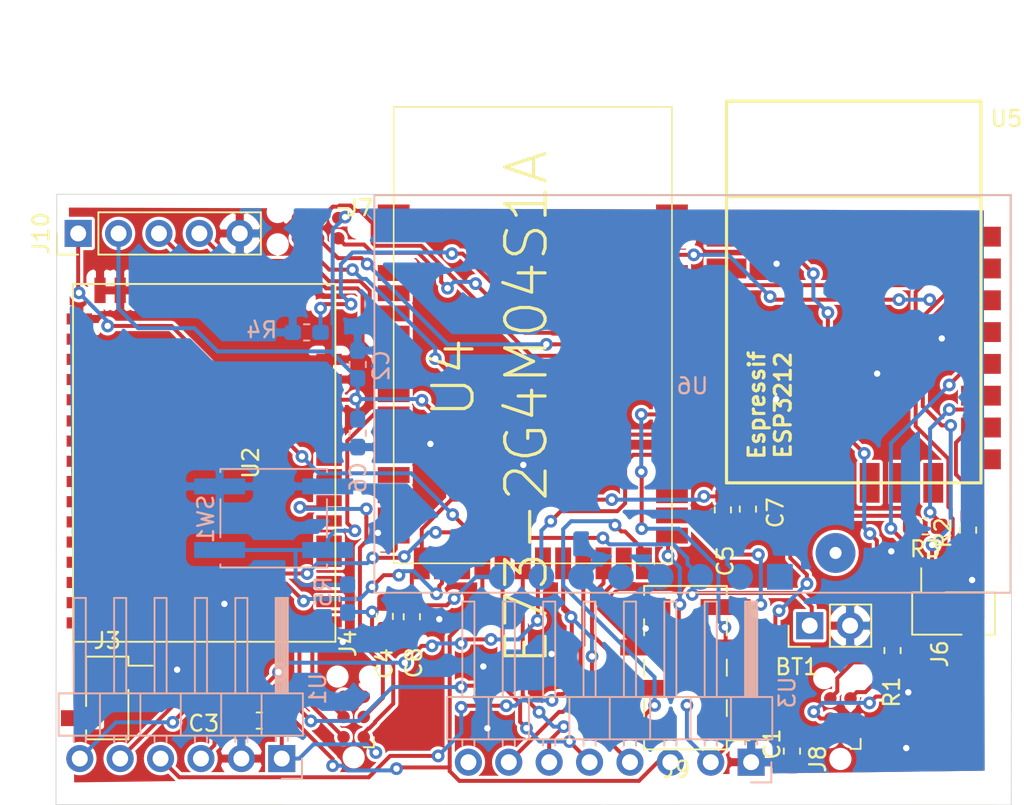
<source format=kicad_pcb>
(kicad_pcb (version 20171130) (host pcbnew "(5.1.4)-1")
  (layers (0 F.Cu signal) (31 B.Cu signal) (34 B.Paste user hide) (35 F.Paste user hide) (36 B.SilkS user hide) (37 F.SilkS user) (38 B.Mask user hide) (39 F.Mask user hide) (44 Edge.Cuts user))
  (net 0 "")
  (net 1 GND)
  (net 2 /Vbat)
  (net 3 +3V3)
  (net 4 /UART_RX_E73_TX_WSG)
  (net 5 /UART_TX_E73_RX_WSG)
  (net 6 "Net-(J4-Pad6)")
  (net 7 "Net-(J4-Pad4)")
  (net 8 "Net-(J4-Pad3)")
  (net 9 "Net-(J4-Pad2)")
  (net 10 "Net-(J6-Pad2)")
  (net 11 "Net-(J6-Pad1)")
  (net 12 "Net-(J7-Pad6)")
  (net 13 "Net-(J7-Pad4)")
  (net 14 "Net-(J7-Pad3)")
  (net 15 "Net-(J7-Pad2)")
  (net 16 /RESET_ESP)
  (net 17 "Net-(J8-Pad5)")
  (net 18 "Net-(J9-Pad7)")
  (net 19 "Net-(J9-Pad6)")
  (net 20 /P0.19)
  (net 21 "Net-(J9-Pad4)")
  (net 22 "Net-(J9-Pad3)")
  (net 23 "Net-(J9-Pad2)")
  (net 24 "Net-(J10-Pad4)")
  (net 25 "Net-(J10-Pad3)")
  (net 26 "Net-(R2-Pad1)")
  (net 27 "Net-(R3-Pad1)")
  (net 28 "Net-(R5-Pad2)")
  (net 29 "Net-(U2-Pad19)")
  (net 30 "Net-(U2-Pad20)")
  (net 31 "Net-(U2-Pad21)")
  (net 32 "Net-(U2-Pad22)")
  (net 33 "Net-(U2-Pad23)")
  (net 34 "Net-(U2-Pad24)")
  (net 35 "Net-(U2-Pad25)")
  (net 36 "Net-(U2-Pad46)")
  (net 37 "Net-(U2-Pad14)")
  (net 38 "Net-(U2-Pad13)")
  (net 39 "Net-(U2-Pad12)")
  (net 40 "Net-(U2-Pad11)")
  (net 41 "Net-(U2-Pad10)")
  (net 42 "Net-(U2-Pad9)")
  (net 43 "Net-(U2-Pad7)")
  (net 44 "Net-(U2-Pad8)")
  (net 45 "Net-(U2-Pad6)")
  (net 46 "Net-(U2-Pad28)")
  (net 47 "Net-(U2-Pad30)")
  (net 48 "Net-(U2-Pad29)")
  (net 49 "Net-(U2-Pad31)")
  (net 50 "Net-(U2-Pad32)")
  (net 51 "Net-(U2-Pad34)")
  (net 52 "Net-(U2-Pad35)")
  (net 53 "Net-(U2-Pad37)")
  (net 54 "Net-(U2-Pad36)")
  (net 55 "Net-(U3-Pad8)")
  (net 56 "Net-(U3-Pad7)")
  (net 57 "Net-(R4-Pad1)")
  (net 58 "Net-(U4-Pad36)")
  (net 59 /En_Bat)
  (net 60 "Net-(U4-Pad15)")
  (net 61 "Net-(U4-Pad14)")
  (net 62 "Net-(U4-Pad13)")
  (net 63 "Net-(U4-Pad12)")
  (net 64 "Net-(U4-Pad11)")
  (net 65 "Net-(U4-Pad9)")
  (net 66 "Net-(U4-Pad8)")
  (net 67 "Net-(U4-Pad5)")
  (net 68 "Net-(U4-Pad4)")
  (net 69 "Net-(U5-Pad19)")
  (net 70 "Net-(U5-Pad20)")
  (net 71 "Net-(U5-Pad7)")
  (net 72 "Net-(U5-Pad6)")
  (net 73 "Net-(U5-Pad5)")
  (net 74 "Net-(U5-Pad4)")
  (net 75 "Net-(U5-Pad2)")
  (net 76 "Net-(U5-Pad9)")
  (net 77 "Net-(U5-Pad10)")
  (net 78 "Net-(U5-Pad11)")
  (net 79 "Net-(U5-Pad12)")
  (net 80 "Net-(U5-Pad13)")
  (net 81 "Net-(U5-Pad14)")
  (net 82 "Net-(U1-Pad6)")
  (net 83 "Net-(U1-Pad5)")
  (net 84 "Net-(U1-Pad4)")
  (net 85 "Net-(U1-Pad3)")
  (net 86 "Net-(U3-Pad6)")
  (net 87 "Net-(U4-Pad31)")
  (net 88 "Net-(U4-Pad32)")
  (net 89 "Net-(U6-Pad1)")
  (net 90 "Net-(U6-Pad5)")
  (module breakoutBoard:E73-2G4M04S-E73_2G4M04S (layer F.Cu) (at 139.319 103.42118 90)
    (fp_text reference U4 (at 11.66876 -13.73886 90) (layer F.SilkS) (effects (font (size 2.54 2.54) (thickness 0.2032))))
    (fp_text value E73-2G4M04S1A (at 9.79678 -9.144 90) (layer F.SilkS) (effects (font (size 2.54 2.54) (thickness 0.2032))))
    (pad 1 smd rect (at 22.06498 -17.49806 180) (size 1.99898 0.99822) (layers F.Cu F.Paste F.Mask) (net 1 GND))
    (pad 2 smd rect (at 20.79498 -17.49806 180) (size 1.99898 0.99822) (layers F.Cu F.Paste F.Mask) (net 1 GND))
    (pad 3 smd rect (at 18.25498 -17.49806 180) (size 1.99898 0.99822) (layers F.Cu F.Paste F.Mask) (net 1 GND))
    (pad 4 smd rect (at 16.98498 -17.49806 180) (size 1.99898 0.99822) (layers F.Cu F.Paste F.Mask) (net 68 "Net-(U4-Pad4)"))
    (pad 5 smd rect (at 15.71498 -17.49806 180) (size 1.99898 0.99822) (layers F.Cu F.Paste F.Mask) (net 67 "Net-(U4-Pad5)"))
    (pad 6 smd rect (at 14.44498 -17.49806 180) (size 1.99898 0.99822) (layers F.Cu F.Paste F.Mask) (net 24 "Net-(J10-Pad4)"))
    (pad 7 smd rect (at 13.17498 -17.49806 180) (size 1.99898 0.99822) (layers F.Cu F.Paste F.Mask) (net 25 "Net-(J10-Pad3)"))
    (pad 8 smd rect (at 11.90498 -17.49806 180) (size 1.99898 0.99822) (layers F.Cu F.Paste F.Mask) (net 66 "Net-(U4-Pad8)"))
    (pad 9 smd rect (at 10.63498 -17.49806 180) (size 1.99898 0.99822) (layers F.Cu F.Paste F.Mask) (net 65 "Net-(U4-Pad9)"))
    (pad 10 smd rect (at 9.36498 -17.49806 180) (size 1.99898 0.99822) (layers F.Cu F.Paste F.Mask) (net 28 "Net-(R5-Pad2)"))
    (pad 11 smd rect (at 8.09498 -17.49806 180) (size 1.99898 0.99822) (layers F.Cu F.Paste F.Mask) (net 64 "Net-(U4-Pad11)"))
    (pad 12 smd rect (at 6.82498 -17.49806 180) (size 1.99898 0.99822) (layers F.Cu F.Paste F.Mask) (net 63 "Net-(U4-Pad12)"))
    (pad 13 smd rect (at 5.55498 -17.49806 180) (size 1.99898 0.99822) (layers F.Cu F.Paste F.Mask) (net 62 "Net-(U4-Pad13)"))
    (pad 14 smd rect (at 4.28498 -17.49806 180) (size 1.99898 0.99822) (layers F.Cu F.Paste F.Mask) (net 61 "Net-(U4-Pad14)"))
    (pad 15 smd rect (at 3.01498 -17.49806 180) (size 1.99898 0.99822) (layers F.Cu F.Paste F.Mask) (net 60 "Net-(U4-Pad15)"))
    (pad 16 smd rect (at 1.74498 -17.49806 180) (size 1.99898 0.99822) (layers F.Cu F.Paste F.Mask) (net 1 GND))
    (pad 17 smd rect (at 0 -15.73276 270) (size 1.99898 0.99822) (layers F.Cu F.Paste F.Mask) (net 3 +3V3))
    (pad 18 smd rect (at 0 -14.46276 270) (size 1.99898 0.99822) (layers F.Cu F.Paste F.Mask) (net 5 /UART_TX_E73_RX_WSG))
    (pad 19 smd rect (at 0 -13.19276 270) (size 1.99898 0.99822) (layers F.Cu F.Paste F.Mask) (net 4 /UART_RX_E73_TX_WSG))
    (pad 20 smd rect (at 0 -11.92276 270) (size 1.99898 0.99822) (layers F.Cu F.Paste F.Mask) (net 85 "Net-(U1-Pad3)"))
    (pad 21 smd rect (at 0 -10.65276 270) (size 1.99898 0.99822) (layers F.Cu F.Paste F.Mask) (net 82 "Net-(U1-Pad6)"))
    (pad 22 smd rect (at 0 -9.38276 270) (size 1.99898 0.99822) (layers F.Cu F.Paste F.Mask) (net 86 "Net-(U3-Pad6)"))
    (pad 23 smd rect (at 0 -8.11276 270) (size 1.99898 0.99822) (layers F.Cu F.Paste F.Mask) (net 83 "Net-(U1-Pad5)"))
    (pad 24 smd rect (at 0 -6.84276 270) (size 1.99898 0.99822) (layers F.Cu F.Paste F.Mask) (net 84 "Net-(U1-Pad4)"))
    (pad 25 smd rect (at 0 -5.57276 270) (size 1.99898 0.99822) (layers F.Cu F.Paste F.Mask) (net 56 "Net-(U3-Pad7)"))
    (pad 26 smd rect (at 0 -4.30276 270) (size 1.99898 0.99822) (layers F.Cu F.Paste F.Mask) (net 21 "Net-(J9-Pad4)"))
    (pad 27 smd rect (at 0 -3.03276 270) (size 1.99898 0.99822) (layers F.Cu F.Paste F.Mask) (net 19 "Net-(J9-Pad6)"))
    (pad 28 smd rect (at 0 -1.76276 270) (size 1.99898 0.99822) (layers F.Cu F.Paste F.Mask) (net 23 "Net-(J9-Pad2)"))
    (pad 29 smd rect (at 1.74498 0) (size 1.99898 0.99822) (layers F.Cu F.Paste F.Mask) (net 22 "Net-(J9-Pad3)"))
    (pad 30 smd rect (at 3.01498 0) (size 1.99898 0.99822) (layers F.Cu F.Paste F.Mask) (net 18 "Net-(J9-Pad7)"))
    (pad 31 smd rect (at 4.28498 0) (size 1.99898 0.99822) (layers F.Cu F.Paste F.Mask) (net 87 "Net-(U4-Pad31)"))
    (pad 32 smd rect (at 5.55498 0) (size 1.99898 0.99822) (layers F.Cu F.Paste F.Mask) (net 88 "Net-(U4-Pad32)"))
    (pad 33 smd rect (at 6.82498 0) (size 1.99898 0.99822) (layers F.Cu F.Paste F.Mask) (net 59 /En_Bat))
    (pad 34 smd rect (at 8.09498 0) (size 1.99898 0.99822) (layers F.Cu F.Paste F.Mask) (net 12 "Net-(J7-Pad6)"))
    (pad 35 smd rect (at 9.36498 0) (size 1.99898 0.99822) (layers F.Cu F.Paste F.Mask) (net 20 /P0.19))
    (pad 36 smd rect (at 10.63498 0) (size 1.99898 0.99822) (layers F.Cu F.Paste F.Mask) (net 58 "Net-(U4-Pad36)"))
    (pad 37 smd rect (at 11.90498 0) (size 1.99898 0.99822) (layers F.Cu F.Paste F.Mask) (net 14 "Net-(J7-Pad3)"))
    (pad 38 smd rect (at 13.17498 0) (size 1.99898 0.99822) (layers F.Cu F.Paste F.Mask) (net 13 "Net-(J7-Pad4)"))
    (pad 39 smd rect (at 14.44498 0) (size 1.99898 0.99822) (layers F.Cu F.Paste F.Mask) (net 15 "Net-(J7-Pad2)"))
    (pad 40 smd rect (at 15.71498 0) (size 1.99898 0.99822) (layers F.Cu F.Paste F.Mask) (net 57 "Net-(R4-Pad1)"))
    (pad 41 smd rect (at 16.98498 0) (size 1.99898 0.99822) (layers F.Cu F.Paste F.Mask) (net 10 "Net-(J6-Pad2)"))
    (pad 42 smd rect (at 18.25498 0) (size 1.99898 0.99822) (layers F.Cu F.Paste F.Mask) (net 11 "Net-(J6-Pad1)"))
    (pad 43 smd rect (at 20.79498 0) (size 1.99898 0.99822) (layers F.Cu F.Paste F.Mask) (net 1 GND))
    (pad 44 smd rect (at 22.06498 0) (size 1.99898 0.99822) (layers F.Cu F.Paste F.Mask) (net 1 GND))
  )
  (module breakoutBoard:Lipo_Rider_plus (layer B.Cu) (at 140.606 92.7684)
    (fp_text reference U6 (at 0 -0.5) (layer B.SilkS) (effects (justify mirror)))
    (fp_text value SpeedRiderPlus)
    (pad 1 smd rect (at 5.5 11.5) (size 1.624 1.624) (layers B.Cu B.Paste B.Mask) (net 89 "Net-(U6-Pad1)"))
    (pad 2 smd circle (at 3 11.5) (size 1.624 1.624) (layers B.Cu B.Paste B.Mask) (net 1 GND))
    (pad 3 smd circle (at 0.5 11.5) (size 1.624 1.624) (layers B.Cu B.Paste B.Mask) (net 2 /Vbat))
    (pad 4 smd circle (at -2 11.5) (size 1.624 1.624) (layers B.Cu B.Paste B.Mask) (net 1 GND))
    (pad 5 smd circle (at -4.5 11.5) (size 1.624 1.624) (layers B.Cu B.Paste B.Mask) (net 90 "Net-(U6-Pad5)"))
    (pad 6 smd circle (at -7 11.5) (size 1.624 1.624) (layers B.Cu B.Paste B.Mask) (net 1 GND))
    (pad 7 smd circle (at -9.5 11.5) (size 1.624 1.624) (layers B.Cu B.Paste B.Mask) (net 59 /En_Bat))
    (pad 8 smd circle (at -12 11.5) (size 1.624 1.624) (layers B.Cu B.Paste B.Mask) (net 3 +3V3))
    (pad "" np_thru_hole circle (at 9 10) (size 2.5 2.5) (drill 0.762) (layers *.Cu *.Mask))
  )
  (module Connector_PinHeader_2.54mm:PinHeader_1x02_P2.54mm_Vertical (layer F.Cu) (at 147.9804 107.3404 90)
    (fp_text reference BT1 (at -2.5908 -0.8128 180) (layer F.SilkS))
    (fp_text value Battery_Cell)
    (pad 2 thru_hole oval (at 0 2.54 90) (size 1.7 1.7) (drill 1) (layers *.Cu *.Mask) (net 1 GND))
    (pad 1 thru_hole rect (at 0 0 90) (size 1.7 1.7) (drill 1) (layers *.Cu *.Mask) (net 2 /Vbat))
  )
  (module Connector_PinHeader_2.54mm:PinHeader_1x05_P2.54mm_Vertical (layer F.Cu) (at 101.981 82.677 90)
    (fp_text reference J10 (at 0 -2.33 90) (layer F.SilkS))
    (fp_text value LED)
    (pad 5 thru_hole oval (at 0 10.16 90) (size 1.7 1.7) (drill 1) (layers *.Cu *.Mask) (net 1 GND))
    (pad 4 thru_hole oval (at 0 7.62 90) (size 1.7 1.7) (drill 1) (layers *.Cu *.Mask) (net 24 "Net-(J10-Pad4)"))
    (pad 3 thru_hole oval (at 0 5.08 90) (size 1.7 1.7) (drill 1) (layers *.Cu *.Mask) (net 25 "Net-(J10-Pad3)"))
    (pad 2 thru_hole oval (at 0 2.54 90) (size 1.7 1.7) (drill 1) (layers *.Cu *.Mask) (net 3 +3V3))
    (pad 1 thru_hole rect (at 0 0 90) (size 1.7 1.7) (drill 1) (layers *.Cu *.Mask) (net 2 /Vbat))
  )
  (module Connector_PinHeader_2.54mm:PinHeader_2x04_P2.54mm_Vertical_SMD (layer F.Cu) (at 140.1676 109.982 180)
    (fp_text reference J9 (at 0.5588 -6.4008) (layer F.SilkS))
    (fp_text value GPIOs)
    (pad 8 smd rect (at 2.525 3.81 180) (size 3.15 1) (layers F.Cu F.Paste F.Mask) (net 1 GND))
    (pad 7 smd rect (at -2.525 3.81 180) (size 3.15 1) (layers F.Cu F.Paste F.Mask) (net 18 "Net-(J9-Pad7)"))
    (pad 6 smd rect (at 2.525 1.27 180) (size 3.15 1) (layers F.Cu F.Paste F.Mask) (net 19 "Net-(J9-Pad6)"))
    (pad 5 smd rect (at -2.525 1.27 180) (size 3.15 1) (layers F.Cu F.Paste F.Mask) (net 20 /P0.19))
    (pad 4 smd rect (at 2.525 -1.27 180) (size 3.15 1) (layers F.Cu F.Paste F.Mask) (net 21 "Net-(J9-Pad4)"))
    (pad 3 smd rect (at -2.525 -1.27 180) (size 3.15 1) (layers F.Cu F.Paste F.Mask) (net 22 "Net-(J9-Pad3)"))
    (pad 2 smd rect (at 2.525 -3.81 180) (size 3.15 1) (layers F.Cu F.Paste F.Mask) (net 23 "Net-(J9-Pad2)"))
    (pad 1 smd rect (at -2.525 -3.81 180) (size 3.15 1) (layers F.Cu F.Paste F.Mask) (net 3 +3V3))
  )
  (module Connector_PinHeader_2.54mm:PinHeader_1x02_P2.54mm_Vertical_SMD_Pin1Right (layer F.Cu) (at 157.0228 106.5744 90)
    (fp_text reference J6 (at -2.54 -0.8636 90) (layer F.SilkS))
    (fp_text value UART_ESP_DEBUG)
    (pad 1 smd rect (at 1.655 -1.27 90) (size 2.51 1) (layers F.Cu F.Paste F.Mask) (net 11 "Net-(J6-Pad1)"))
    (pad 2 smd rect (at -1.655 1.27 90) (size 2.51 1) (layers F.Cu F.Paste F.Mask) (net 10 "Net-(J6-Pad2)"))
  )
  (module Connector_PinHeader_2.54mm:PinHeader_1x02_P2.54mm_Vertical_SMD_Pin1Right (layer F.Cu) (at 103.8098 111.887)
    (fp_text reference J3 (at 0 -3.6) (layer F.SilkS))
    (fp_text value UART_WSG_DEBUG)
    (pad 1 smd rect (at 1.655 -1.27) (size 2.51 1) (layers F.Cu F.Paste F.Mask) (net 5 /UART_TX_E73_RX_WSG))
    (pad 2 smd rect (at -1.655 1.27) (size 2.51 1) (layers F.Cu F.Paste F.Mask) (net 4 /UART_RX_E73_TX_WSG))
  )
  (module Connector_PinHeader_2.54mm:PinHeader_1x08_P2.54mm_Horizontal (layer B.Cu) (at 144.2974 115.9256 90)
    (fp_text reference U3 (at 4.385 2.27 270) (layer B.SilkS) (effects (justify mirror)))
    (fp_text value LIS2DS12)
    (pad 8 thru_hole oval (at 0 -17.78 90) (size 1.7 1.7) (drill 1) (layers *.Cu *.Mask) (net 55 "Net-(U3-Pad8)"))
    (pad 7 thru_hole oval (at 0 -15.24 90) (size 1.7 1.7) (drill 1) (layers *.Cu *.Mask) (net 56 "Net-(U3-Pad7)"))
    (pad 6 thru_hole oval (at 0 -12.7 90) (size 1.7 1.7) (drill 1) (layers *.Cu *.Mask) (net 86 "Net-(U3-Pad6)"))
    (pad 5 thru_hole oval (at 0 -10.16 90) (size 1.7 1.7) (drill 1) (layers *.Cu *.Mask) (net 82 "Net-(U1-Pad6)"))
    (pad 4 thru_hole oval (at 0 -7.62 90) (size 1.7 1.7) (drill 1) (layers *.Cu *.Mask) (net 84 "Net-(U1-Pad4)"))
    (pad 3 thru_hole oval (at 0 -5.08 90) (size 1.7 1.7) (drill 1) (layers *.Cu *.Mask) (net 85 "Net-(U1-Pad3)"))
    (pad 2 thru_hole oval (at 0 -2.54 90) (size 1.7 1.7) (drill 1) (layers *.Cu *.Mask) (net 3 +3V3))
    (pad 1 thru_hole rect (at 0 0 90) (size 1.7 1.7) (drill 1) (layers *.Cu *.Mask) (net 1 GND))
  )
  (module Connector_PinHeader_2.54mm:PinHeader_1x06_P2.54mm_Horizontal (layer B.Cu) (at 114.7826 115.697 90)
    (fp_text reference U1 (at 4.385 2.27 90) (layer B.SilkS) (effects (justify mirror)))
    (fp_text value GY-BME280)
    (pad 6 thru_hole oval (at 0 -12.7 90) (size 1.7 1.7) (drill 1) (layers *.Cu *.Mask) (net 82 "Net-(U1-Pad6)"))
    (pad 5 thru_hole oval (at 0 -10.16 90) (size 1.7 1.7) (drill 1) (layers *.Cu *.Mask) (net 83 "Net-(U1-Pad5)"))
    (pad 4 thru_hole oval (at 0 -7.62 90) (size 1.7 1.7) (drill 1) (layers *.Cu *.Mask) (net 84 "Net-(U1-Pad4)"))
    (pad 3 thru_hole oval (at 0 -5.08 90) (size 1.7 1.7) (drill 1) (layers *.Cu *.Mask) (net 85 "Net-(U1-Pad3)"))
    (pad 2 thru_hole oval (at 0 -2.54 90) (size 1.7 1.7) (drill 1) (layers *.Cu *.Mask) (net 1 GND))
    (pad 1 thru_hole rect (at 0 0 90) (size 1.7 1.7) (drill 1) (layers *.Cu *.Mask) (net 3 +3V3))
  )
  (module Resistor_SMD:R_0603_1608Metric_Pad1.05x0.95mm_HandSolder (layer B.Cu) (at 116.346 88.9 180)
    (fp_text reference R4 (at 2.8194 0.1524 180) (layer B.SilkS) (effects (justify mirror)))
    (fp_text value 100k)
    (pad 2 smd roundrect (at 0.875 0 180) (size 1.05 0.95) (layers B.Cu B.Paste B.Mask) (net 1 GND))
    (pad 1 smd roundrect (at -0.875 0 180) (size 1.05 0.95) (layers B.Cu B.Paste B.Mask) (net 57 "Net-(R4-Pad1)"))
  )
  (module breakoutBoard:ESP3212 (layer F.Cu) (at 150.749 86.36)
    (fp_text reference U5 (at 9.6012 -10.8966) (layer F.SilkS))
    (fp_text value ESP-12F)
    (fp_text user Espressif (at -6.096 7.112 90) (layer F.SilkS) (effects (font (thickness 0.2))))
    (fp_text user ESP3212 (at -4.445 7.112 90) (layer F.SilkS) (effects (font (thickness 0.2))))
    (pad 15 smd rect (at 8 10.52) (size 2.5 1.25) (layers F.Cu F.Paste F.Mask) (net 1 GND))
    (pad 19 smd rect (at 8 2.52) (size 2.5 1.25) (layers F.Cu F.Paste F.Mask) (net 69 "Net-(U5-Pad19)"))
    (pad 20 smd rect (at 8 0.52) (size 2.5 1.25) (layers F.Cu F.Paste F.Mask) (net 70 "Net-(U5-Pad20)"))
    (pad 21 smd rect (at 8 -1.48) (size 2.5 1.25) (layers F.Cu F.Paste F.Mask) (net 11 "Net-(J6-Pad1)"))
    (pad 8 smd rect (at -8 10.52) (size 2.5 1.25) (layers F.Cu F.Paste F.Mask) (net 3 +3V3))
    (pad 7 smd rect (at -8 8.52) (size 2.5 1.25) (layers F.Cu F.Paste F.Mask) (net 71 "Net-(U5-Pad7)"))
    (pad 6 smd rect (at -8 6.52) (size 2.5 1.25) (layers F.Cu F.Paste F.Mask) (net 72 "Net-(U5-Pad6)"))
    (pad 5 smd rect (at -8 4.52) (size 2.5 1.25) (layers F.Cu F.Paste F.Mask) (net 73 "Net-(U5-Pad5)"))
    (pad 4 smd rect (at -8 2.52) (size 2.5 1.25) (layers F.Cu F.Paste F.Mask) (net 74 "Net-(U5-Pad4)"))
    (pad 3 smd rect (at -8 0.52) (size 2.5 1.25) (layers F.Cu F.Paste F.Mask) (net 57 "Net-(R4-Pad1)"))
    (pad 2 smd rect (at -8 -1.48) (size 2.5 1.25) (layers F.Cu F.Paste F.Mask) (net 75 "Net-(U5-Pad2)"))
    (pad 1 smd rect (at -8 -3.48) (size 2.5 1.25) (layers F.Cu F.Paste F.Mask) (net 16 /RESET_ESP))
    (pad 9 smd rect (at -5 12) (size 1.25 2.5) (layers F.Cu F.Paste F.Mask) (net 76 "Net-(U5-Pad9)"))
    (pad 10 smd rect (at -3 12) (size 1.25 2.5) (layers F.Cu F.Paste F.Mask) (net 77 "Net-(U5-Pad10)"))
    (pad 11 smd rect (at -1 12) (size 1.25 2.5) (layers F.Cu F.Paste F.Mask) (net 78 "Net-(U5-Pad11)"))
    (pad 12 smd rect (at 1 12) (size 1.25 2.5) (layers F.Cu F.Paste F.Mask) (net 79 "Net-(U5-Pad12)"))
    (pad 13 smd rect (at 3 12) (size 1.25 2.5) (layers F.Cu F.Paste F.Mask) (net 80 "Net-(U5-Pad13)"))
    (pad 14 smd rect (at 5 12) (size 1.25 2.5) (layers F.Cu F.Paste F.Mask) (net 81 "Net-(U5-Pad14)"))
    (pad 17 smd rect (at 8 6.52) (size 2.5 1.25) (layers F.Cu F.Paste F.Mask) (net 27 "Net-(R3-Pad1)"))
    (pad 18 smd rect (at 8 4.52) (size 2.5 1.25) (layers F.Cu F.Paste F.Mask) (net 17 "Net-(J8-Pad5)"))
    (pad 16 smd rect (at 8 8.52) (size 2.5 1.25) (layers F.Cu F.Paste F.Mask) (net 26 "Net-(R2-Pad1)"))
    (pad 22 smd rect (at 8 -3.48) (size 2.5 1.25) (layers F.Cu F.Paste F.Mask) (net 10 "Net-(J6-Pad2)"))
  )
  (module breakoutBoard:Wsg303s (layer F.Cu) (at 109.9058 97.1042 270)
    (fp_text reference U2 (at 0 -2.929 90) (layer F.SilkS))
    (fp_text value WSG303S)
    (pad 17 smd rect (at 10.85 5.5 270) (size 1.6 0.7) (layers F.Cu F.Paste F.Mask) (net 4 /UART_RX_E73_TX_WSG))
    (pad 18 smd rect (at 10.85 4.23 270) (size 1.6 0.7) (layers F.Cu F.Paste F.Mask) (net 5 /UART_TX_E73_RX_WSG))
    (pad 19 smd rect (at 10.85 2.96 270) (size 1.6 0.7) (layers F.Cu F.Paste F.Mask) (net 29 "Net-(U2-Pad19)"))
    (pad 20 smd rect (at 10.85 1.69 270) (size 1.6 0.7) (layers F.Cu F.Paste F.Mask) (net 30 "Net-(U2-Pad20)"))
    (pad 21 smd rect (at 10.85 0.42 270) (size 1.6 0.7) (layers F.Cu F.Paste F.Mask) (net 31 "Net-(U2-Pad21)"))
    (pad 22 smd rect (at 10.85 -0.85 270) (size 1.6 0.7) (layers F.Cu F.Paste F.Mask) (net 32 "Net-(U2-Pad22)"))
    (pad 23 smd rect (at 10.85 -2.12 270) (size 1.6 0.7) (layers F.Cu F.Paste F.Mask) (net 33 "Net-(U2-Pad23)"))
    (pad 24 smd rect (at 10.85 -3.39 270) (size 1.6 0.7) (layers F.Cu F.Paste F.Mask) (net 34 "Net-(U2-Pad24)"))
    (pad 25 smd rect (at 10.85 -4.66 270) (size 1.6 0.7) (layers F.Cu F.Paste F.Mask) (net 35 "Net-(U2-Pad25)"))
    (pad 41 smd rect (at -10.85 -6.15 270) (size 1.6 0.7) (layers F.Cu F.Paste F.Mask) (net 1 GND))
    (pad 26 smd rect (at 10.85 -5.99 270) (size 1.6 0.7) (layers F.Cu F.Paste F.Mask) (net 9 "Net-(J4-Pad2)"))
    (pad 42 smd rect (at -10.85 -4.88 270) (size 1.6 0.7) (layers F.Cu F.Paste F.Mask) (net 1 GND))
    (pad 43 smd rect (at -10.85 -3.61 270) (size 1.6 0.7) (layers F.Cu F.Paste F.Mask) (net 1 GND))
    (pad 44 smd rect (at -10.85 -2.34 270) (size 1.6 0.7) (layers F.Cu F.Paste F.Mask) (net 1 GND))
    (pad 45 smd rect (at -10.85 -1.07 270) (size 1.6 0.7) (layers F.Cu F.Paste F.Mask) (net 1 GND))
    (pad 46 smd rect (at -10.85 0.2 270) (size 1.6 0.7) (layers F.Cu F.Paste F.Mask) (net 36 "Net-(U2-Pad46)"))
    (pad 47 smd rect (at -10.85 1.47 270) (size 1.6 0.7) (layers F.Cu F.Paste F.Mask) (net 1 GND))
    (pad 48 smd rect (at -10.85 2.74 270) (size 1.6 0.7) (layers F.Cu F.Paste F.Mask) (net 1 GND))
    (pad 49 smd rect (at -10.85 4.01 270) (size 1.6 0.7) (layers F.Cu F.Paste F.Mask) (net 1 GND))
    (pad 50 smd rect (at -10.85 5.28 270) (size 1.6 0.7) (layers F.Cu F.Paste F.Mask) (net 1 GND))
    (pad 51 smd rect (at -10.85 6.55 270) (size 1.6 0.7) (layers F.Cu F.Paste F.Mask) (net 1 GND))
    (pad 16 smd rect (at 10.06 7.85 270) (size 0.7 1.6) (layers F.Cu F.Paste F.Mask) (net 1 GND))
    (pad 15 smd rect (at 8.79 7.85 270) (size 0.7 1.6) (layers F.Cu F.Paste F.Mask) (net 1 GND))
    (pad 14 smd rect (at 7.52 7.85 270) (size 0.7 1.6) (layers F.Cu F.Paste F.Mask) (net 37 "Net-(U2-Pad14)"))
    (pad 13 smd rect (at 6.25 7.85 270) (size 0.7 1.6) (layers F.Cu F.Paste F.Mask) (net 38 "Net-(U2-Pad13)"))
    (pad 12 smd rect (at 4.98 7.85 270) (size 0.7 1.6) (layers F.Cu F.Paste F.Mask) (net 39 "Net-(U2-Pad12)"))
    (pad 11 smd rect (at 3.71 7.85 270) (size 0.7 1.6) (layers F.Cu F.Paste F.Mask) (net 40 "Net-(U2-Pad11)"))
    (pad 10 smd rect (at 2.44 7.85 270) (size 0.7 1.6) (layers F.Cu F.Paste F.Mask) (net 41 "Net-(U2-Pad10)"))
    (pad 9 smd rect (at 1.17 7.85 270) (size 0.7 1.6) (layers F.Cu F.Paste F.Mask) (net 42 "Net-(U2-Pad9)"))
    (pad 7 smd rect (at -1.37 7.85 270) (size 0.7 1.6) (layers F.Cu F.Paste F.Mask) (net 43 "Net-(U2-Pad7)"))
    (pad 8 smd rect (at -0.1 7.85 270) (size 0.7 1.6) (layers F.Cu F.Paste F.Mask) (net 44 "Net-(U2-Pad8)"))
    (pad 6 smd rect (at -2.64 7.85 270) (size 0.7 1.6) (layers F.Cu F.Paste F.Mask) (net 45 "Net-(U2-Pad6)"))
    (pad 5 smd rect (at -3.97 7.85 270) (size 0.7 1.6) (layers F.Cu F.Paste F.Mask) (net 1 GND))
    (pad 4 smd rect (at -5.24 7.85 270) (size 0.7 1.6) (layers F.Cu F.Paste F.Mask) (net 1 GND))
    (pad 3 smd rect (at -6.51 7.85 270) (size 0.7 1.6) (layers F.Cu F.Paste F.Mask) (net 1 GND))
    (pad 2 smd rect (at -7.78 7.85 270) (size 0.7 1.6) (layers F.Cu F.Paste F.Mask) (net 1 GND))
    (pad 1 smd rect (at -9.05 7.85 270) (size 0.7 1.6) (layers F.Cu F.Paste F.Mask) (net 1 GND))
    (pad 27 smd rect (at 10 -7.85 270) (size 0.7 1.6) (layers F.Cu F.Paste F.Mask) (net 7 "Net-(J4-Pad4)"))
    (pad 28 smd rect (at 8.73 -7.85 270) (size 0.7 1.6) (layers F.Cu F.Paste F.Mask) (net 46 "Net-(U2-Pad28)"))
    (pad 30 smd rect (at 6.19 -7.85 270) (size 0.7 1.6) (layers F.Cu F.Paste F.Mask) (net 47 "Net-(U2-Pad30)"))
    (pad 29 smd rect (at 7.46 -7.85 270) (size 0.7 1.6) (layers F.Cu F.Paste F.Mask) (net 48 "Net-(U2-Pad29)"))
    (pad 31 smd rect (at 4.92 -7.85 270) (size 0.7 1.6) (layers F.Cu F.Paste F.Mask) (net 49 "Net-(U2-Pad31)"))
    (pad 32 smd rect (at 3.65 -7.85 270) (size 0.7 1.6) (layers F.Cu F.Paste F.Mask) (net 50 "Net-(U2-Pad32)"))
    (pad 33 smd rect (at 2.38 -7.85 270) (size 0.7 1.6) (layers F.Cu F.Paste F.Mask) (net 8 "Net-(J4-Pad3)"))
    (pad 34 smd rect (at 1.11 -7.85 270) (size 0.7 1.6) (layers F.Cu F.Paste F.Mask) (net 51 "Net-(U2-Pad34)"))
    (pad 35 smd rect (at -0.16 -7.85 270) (size 0.7 1.6) (layers F.Cu F.Paste F.Mask) (net 52 "Net-(U2-Pad35)"))
    (pad 37 smd rect (at -2.7 -7.85 270) (size 0.7 1.6) (layers F.Cu F.Paste F.Mask) (net 53 "Net-(U2-Pad37)"))
    (pad 38 smd rect (at -3.97 -7.85 270) (size 0.7 1.6) (layers F.Cu F.Paste F.Mask) (net 3 +3V3))
    (pad 36 smd rect (at -1.43 -7.85 270) (size 0.7 1.6) (layers F.Cu F.Paste F.Mask) (net 54 "Net-(U2-Pad36)"))
    (pad 40 smd rect (at -6.51 -7.85 270) (size 0.7 1.6) (layers F.Cu F.Paste F.Mask) (net 1 GND))
    (pad 39 smd rect (at -5.24 -7.85 270) (size 0.7 1.6) (layers F.Cu F.Paste F.Mask) (net 1 GND))
    (pad 61 smd rect (at 2.635 3.755 270) (size 2.03 2.03) (layers F.Cu F.Paste F.Mask))
    (pad 60 smd rect (at -6.69 2.565 270) (size 1.83 1.83) (layers F.Cu F.Paste F.Mask))
  )
  (module Button_Switch_SMD:SW_SPST_EVQQ2 (layer B.Cu) (at 114.2746 100.584 180)
    (fp_text reference SW1 (at 4.2672 -0.0508 90) (layer B.SilkS) (effects (justify mirror)))
    (fp_text value SW_Push)
    (pad 2 smd rect (at 3.4 -2 180) (size 3.2 1) (layers B.Cu B.Paste B.Mask) (net 28 "Net-(R5-Pad2)"))
    (pad 2 smd rect (at -3.4 -2 180) (size 3.2 1) (layers B.Cu B.Paste B.Mask) (net 28 "Net-(R5-Pad2)"))
    (pad 1 smd rect (at -3.4 2 180) (size 3.2 1) (layers B.Cu B.Paste B.Mask) (net 1 GND))
    (pad 1 smd rect (at 3.4 2 180) (size 3.2 1) (layers B.Cu B.Paste B.Mask) (net 1 GND))
  )
  (module Resistor_SMD:R_0603_1608Metric_Pad1.05x0.95mm_HandSolder (layer B.Cu) (at 118.9228 105.6386 90)
    (fp_text reference R5 (at 0.4318 -1.524 270) (layer B.SilkS) (effects (justify mirror)))
    (fp_text value 100k)
    (pad 2 smd roundrect (at 0.875 0 90) (size 1.05 0.95) (layers B.Cu B.Paste B.Mask) (net 28 "Net-(R5-Pad2)"))
    (pad 1 smd roundrect (at -0.875 0 90) (size 1.05 0.95) (layers B.Cu B.Paste B.Mask) (net 3 +3V3))
  )
  (module Resistor_SMD:R_0603_1608Metric_Pad1.05x0.95mm_HandSolder (layer F.Cu) (at 155.2448 101.092 180)
    (fp_text reference R3 (at 0 -1.43) (layer F.SilkS))
    (fp_text value 100k)
    (pad 2 smd roundrect (at 0.875 0 180) (size 1.05 0.95) (layers F.Cu F.Paste F.Mask) (net 3 +3V3))
    (pad 1 smd roundrect (at -0.875 0 180) (size 1.05 0.95) (layers F.Cu F.Paste F.Mask) (net 27 "Net-(R3-Pad1)"))
  )
  (module Resistor_SMD:R_0603_1608Metric_Pad1.05x0.95mm_HandSolder (layer F.Cu) (at 157.9372 101.3346 270)
    (fp_text reference R2 (at 0.1778 1.5748 270) (layer F.SilkS))
    (fp_text value 100k)
    (pad 2 smd roundrect (at 0.875 0 270) (size 1.05 0.95) (layers F.Cu F.Paste F.Mask) (net 1 GND))
    (pad 1 smd roundrect (at -0.875 0 270) (size 1.05 0.95) (layers F.Cu F.Paste F.Mask) (net 26 "Net-(R2-Pad1)"))
  )
  (module Resistor_SMD:R_0603_1608Metric_Pad1.05x0.95mm_HandSolder (layer F.Cu) (at 153.1874 108.9038 90)
    (fp_text reference R1 (at -2.6162 -0.0508 90) (layer F.SilkS))
    (fp_text value 100k)
    (pad 2 smd roundrect (at 0.875 0 90) (size 1.05 0.95) (layers F.Cu F.Paste F.Mask) (net 1 GND))
    (pad 1 smd roundrect (at -0.875 0 90) (size 1.05 0.95) (layers F.Cu F.Paste F.Mask) (net 17 "Net-(J8-Pad5)"))
  )
  (module Connector:Tag-Connect_TC2030-IDC-NL_2x03_P1.27mm_Vertical (layer F.Cu) (at 149.9108 113.1824 90)
    (fp_text reference J8 (at -2.54 -1.4224 90) (layer F.SilkS))
    (fp_text value JTAG_ESP)
    (pad 6 connect circle (at 1.27 -0.635 90) (size 0.7874 0.7874) (layers F.Cu F.Mask) (net 16 /RESET_ESP))
    (pad 5 connect circle (at 1.27 0.635 90) (size 0.7874 0.7874) (layers F.Cu F.Mask) (net 17 "Net-(J8-Pad5)"))
    (pad 4 connect circle (at 0 -0.635 90) (size 0.7874 0.7874) (layers F.Cu F.Mask) (net 11 "Net-(J6-Pad1)"))
    (pad 3 connect circle (at 0 0.635 90) (size 0.7874 0.7874) (layers F.Cu F.Mask) (net 1 GND))
    (pad 2 connect circle (at -1.27 -0.635 90) (size 0.7874 0.7874) (layers F.Cu F.Mask) (net 3 +3V3))
    (pad 1 connect circle (at -1.27 0.635 90) (size 0.7874 0.7874) (layers F.Cu F.Mask) (net 10 "Net-(J6-Pad2)"))
    (pad "" np_thru_hole circle (at -2.54 0 90) (size 0.9906 0.9906) (drill 0.9906) (layers *.Cu *.Mask))
    (pad "" np_thru_hole circle (at 2.54 1.016 90) (size 0.9906 0.9906) (drill 0.9906) (layers *.Cu *.Mask))
    (pad "" np_thru_hole circle (at 2.54 -1.016 90) (size 0.9906 0.9906) (drill 0.9906) (layers *.Cu *.Mask))
  )
  (module Connector:Tag-Connect_TC2030-IDC-NL_2x03_P1.27mm_Vertical (layer F.Cu) (at 117.0686 82.3468 180)
    (fp_text reference J7 (at -2.6162 1.27) (layer F.SilkS))
    (fp_text value JTAG_NRF)
    (pad 6 connect circle (at 1.27 -0.635 180) (size 0.7874 0.7874) (layers F.Cu F.Mask) (net 12 "Net-(J7-Pad6)"))
    (pad 5 connect circle (at 1.27 0.635 180) (size 0.7874 0.7874) (layers F.Cu F.Mask) (net 1 GND))
    (pad 4 connect circle (at 0 -0.635 180) (size 0.7874 0.7874) (layers F.Cu F.Mask) (net 13 "Net-(J7-Pad4)"))
    (pad 3 connect circle (at 0 0.635 180) (size 0.7874 0.7874) (layers F.Cu F.Mask) (net 14 "Net-(J7-Pad3)"))
    (pad 2 connect circle (at -1.27 -0.635 180) (size 0.7874 0.7874) (layers F.Cu F.Mask) (net 15 "Net-(J7-Pad2)"))
    (pad 1 connect circle (at -1.27 0.635 180) (size 0.7874 0.7874) (layers F.Cu F.Mask) (net 3 +3V3))
    (pad "" np_thru_hole circle (at -2.54 0 180) (size 0.9906 0.9906) (drill 0.9906) (layers *.Cu *.Mask))
    (pad "" np_thru_hole circle (at 2.54 1.016 180) (size 0.9906 0.9906) (drill 0.9906) (layers *.Cu *.Mask))
    (pad "" np_thru_hole circle (at 2.54 -1.016 180) (size 0.9906 0.9906) (drill 0.9906) (layers *.Cu *.Mask))
  )
  (module Connector:Tag-Connect_TC2030-IDC-NL_2x03_P1.27mm_Vertical (layer F.Cu) (at 119.3038 113.0808 90)
    (fp_text reference J4 (at 4.6228 -0.3556 90) (layer F.SilkS))
    (fp_text value JTAG_SIGFOX)
    (pad 6 connect circle (at 1.27 -0.635 90) (size 0.7874 0.7874) (layers F.Cu F.Mask) (net 6 "Net-(J4-Pad6)"))
    (pad 5 connect circle (at 1.27 0.635 90) (size 0.7874 0.7874) (layers F.Cu F.Mask) (net 1 GND))
    (pad 4 connect circle (at 0 -0.635 90) (size 0.7874 0.7874) (layers F.Cu F.Mask) (net 7 "Net-(J4-Pad4)"))
    (pad 3 connect circle (at 0 0.635 90) (size 0.7874 0.7874) (layers F.Cu F.Mask) (net 8 "Net-(J4-Pad3)"))
    (pad 2 connect circle (at -1.27 -0.635 90) (size 0.7874 0.7874) (layers F.Cu F.Mask) (net 9 "Net-(J4-Pad2)"))
    (pad 1 connect circle (at -1.27 0.635 90) (size 0.7874 0.7874) (layers F.Cu F.Mask) (net 3 +3V3))
    (pad "" np_thru_hole circle (at -2.54 0 90) (size 0.9906 0.9906) (drill 0.9906) (layers *.Cu *.Mask))
    (pad "" np_thru_hole circle (at 2.54 1.016 90) (size 0.9906 0.9906) (drill 0.9906) (layers *.Cu *.Mask))
    (pad "" np_thru_hole circle (at 2.54 -1.016 90) (size 0.9906 0.9906) (drill 0.9906) (layers *.Cu *.Mask))
  )
  (module Capacitor_SMD:C_0603_1608Metric_Pad1.05x0.95mm_HandSolder (layer F.Cu) (at 122.9614 106.7816 270)
    (fp_text reference C8 (at 2.8956 -0.127 270) (layer F.SilkS))
    (fp_text value 2.2µF)
    (pad 2 smd roundrect (at 0.875 0 270) (size 1.05 0.95) (layers F.Cu F.Paste F.Mask) (net 1 GND))
    (pad 1 smd roundrect (at -0.875 0 270) (size 1.05 0.95) (layers F.Cu F.Paste F.Mask) (net 3 +3V3))
  )
  (module Capacitor_SMD:C_0603_1608Metric_Pad1.05x0.95mm_HandSolder (layer F.Cu) (at 144.0942 100.0112 270)
    (fp_text reference C7 (at 0.2286 -1.7272 90) (layer F.SilkS))
    (fp_text value 2.2µF)
    (pad 2 smd roundrect (at 0.875 0 270) (size 1.05 0.95) (layers F.Cu F.Paste F.Mask) (net 1 GND))
    (pad 1 smd roundrect (at -0.875 0 270) (size 1.05 0.95) (layers F.Cu F.Paste F.Mask) (net 3 +3V3))
  )
  (module Capacitor_SMD:C_0603_1608Metric_Pad1.05x0.95mm_HandSolder (layer B.Cu) (at 119.5578 95.236 270)
    (fp_text reference C6 (at 2.794 -0.0254 270) (layer B.SilkS) (effects (justify mirror)))
    (fp_text value 2.2µF)
    (pad 2 smd roundrect (at 0.875 0 270) (size 1.05 0.95) (layers B.Cu B.Paste B.Mask) (net 1 GND))
    (pad 1 smd roundrect (at -0.875 0 270) (size 1.05 0.95) (layers B.Cu B.Paste B.Mask) (net 3 +3V3))
  )
  (module Capacitor_SMD:C_0603_1608Metric_Pad1.05x0.95mm_HandSolder (layer F.Cu) (at 142.5194 100.062 90)
    (fp_text reference C5 (at -3.2144 0.1524 90) (layer F.SilkS))
    (fp_text value 100nF)
    (pad 2 smd roundrect (at 0.875 0 90) (size 1.05 0.95) (layers F.Cu F.Paste F.Mask) (net 3 +3V3))
    (pad 1 smd roundrect (at -0.875 0 90) (size 1.05 0.95) (layers F.Cu F.Paste F.Mask) (net 1 GND))
  )
  (module Capacitor_SMD:C_0603_1608Metric_Pad1.05x0.95mm_HandSolder (layer F.Cu) (at 121.2596 106.7562 90)
    (fp_text reference C4 (at -2.9718 -0.0254 90) (layer F.SilkS))
    (fp_text value 100nF)
    (pad 2 smd roundrect (at 0.875 0 90) (size 1.05 0.95) (layers F.Cu F.Paste F.Mask) (net 3 +3V3))
    (pad 1 smd roundrect (at -0.875 0 90) (size 1.05 0.95) (layers F.Cu F.Paste F.Mask) (net 1 GND))
  )
  (module Capacitor_SMD:C_0603_1608Metric_Pad1.05x0.95mm_HandSolder (layer F.Cu) (at 113.3716 113.3094)
    (fp_text reference C3 (at -3.4912 0.1778) (layer F.SilkS))
    (fp_text value 100nF)
    (pad 2 smd roundrect (at 0.875 0) (size 1.05 0.95) (layers F.Cu F.Paste F.Mask) (net 3 +3V3))
    (pad 1 smd roundrect (at -0.875 0) (size 1.05 0.95) (layers F.Cu F.Paste F.Mask) (net 1 GND))
  )
  (module Capacitor_SMD:C_0603_1608Metric_Pad1.05x0.95mm_HandSolder (layer B.Cu) (at 119.5578 90.918 270)
    (fp_text reference C2 (at 0.0762 -1.4732 270) (layer B.SilkS) (effects (justify mirror)))
    (fp_text value 100nF)
    (pad 2 smd roundrect (at 0.875 0 270) (size 1.05 0.95) (layers B.Cu B.Paste B.Mask) (net 3 +3V3))
    (pad 1 smd roundrect (at -0.875 0 270) (size 1.05 0.95) (layers B.Cu B.Paste B.Mask) (net 1 GND))
  )
  (module Capacitor_SMD:C_0603_1608Metric_Pad1.05x0.95mm_HandSolder (layer F.Cu) (at 146.8628 115.2284 90)
    (fp_text reference C1 (at 0.4432 -1.2446 90) (layer F.SilkS))
    (fp_text value 100nF)
    (pad 2 smd roundrect (at 0.875 0 90) (size 1.05 0.95) (layers F.Cu F.Paste F.Mask) (net 3 +3V3))
    (pad 1 smd roundrect (at -0.875 0 90) (size 1.05 0.95) (layers F.Cu F.Paste F.Mask) (net 1 GND))
  )
  (gr_line (start 100.584 118.5926) (end 100.6348 80.2132) (layer Edge.Cuts) (width 0.05))
  (gr_line (start 160.655 118.618) (end 100.584 118.5926) (layer Edge.Cuts) (width 0.05))
  (gr_line (start 160.6804 80.2132) (end 160.655 118.618) (layer Edge.Cuts) (width 0.05))
  (gr_line (start 100.6348 80.2132) (end 160.6804 80.2132) (layer Edge.Cuts) (width 0.05))
  (via (at 129.9718 97.2312) (size 0.8) (drill 0.4) (layers F.Cu B.Cu) (net 1))
  (via (at 145.8722 93.091) (size 0.8) (drill 0.4) (layers F.Cu B.Cu) (net 1))
  (via (at 152.2222 91.4908) (size 0.8) (drill 0.4) (layers F.Cu B.Cu) (net 1))
  (via (at 145.8976 84.582) (size 0.8) (drill 0.4) (layers F.Cu B.Cu) (net 1))
  (via (at 156.2862 89.281) (size 0.8) (drill 0.4) (layers F.Cu B.Cu) (net 1))
  (via (at 154.051 115.0366) (size 0.8) (drill 0.4) (layers F.Cu B.Cu) (net 1))
  (via (at 140.2588 112.3442) (size 0.8) (drill 0.4) (layers F.Cu B.Cu) (net 3))
  (via (at 127.4572 109.9058) (size 0.8) (drill 0.4) (layers F.Cu B.Cu) (net 1))
  (via (at 108.204 110.109) (size 0.8) (drill 0.4) (layers F.Cu B.Cu) (net 1))
  (via (at 111.1758 105.9688) (size 0.8) (drill 0.4) (layers F.Cu B.Cu) (net 1))
  (segment (start 112.2426 113.5634) (end 112.4966 113.3094) (width 0.25) (layer F.Cu) (net 1))
  (segment (start 112.2426 115.697) (end 112.2426 113.5634) (width 0.25) (layer F.Cu) (net 1))
  (via (at 124.6886 106.934) (size 0.8) (drill 0.4) (layers F.Cu B.Cu) (net 1))
  (segment (start 123.966 107.6566) (end 124.6886 106.934) (width 0.25) (layer F.Cu) (net 1))
  (segment (start 122.9614 107.6566) (end 123.966 107.6566) (width 0.25) (layer F.Cu) (net 1))
  (via (at 118.618 108.3564) (size 0.8) (drill 0.4) (layers F.Cu B.Cu) (net 1))
  (segment (start 119.499499 109.237899) (end 118.618 108.3564) (width 0.25) (layer F.Cu) (net 1))
  (segment (start 119.9388 111.8108) (end 119.499499 111.371499) (width 0.25) (layer F.Cu) (net 1))
  (segment (start 119.499499 111.371499) (end 119.499499 109.237899) (width 0.25) (layer F.Cu) (net 1))
  (via (at 153.1112 102.6668) (size 0.8) (drill 0.4) (layers F.Cu B.Cu) (net 1))
  (via (at 158.1912 104.4702) (size 0.8) (drill 0.4) (layers F.Cu B.Cu) (net 1))
  (segment (start 158.749 97.755) (end 158.749 96.88) (width 0.25) (layer F.Cu) (net 1))
  (segment (start 158.749 101.9728) (end 158.749 97.755) (width 0.25) (layer F.Cu) (net 1))
  (segment (start 158.5122 102.2096) (end 158.749 101.9728) (width 0.25) (layer F.Cu) (net 1))
  (segment (start 157.9372 102.2096) (end 158.5122 102.2096) (width 0.25) (layer F.Cu) (net 1))
  (via (at 131.7498 109.1184) (size 0.8) (drill 0.4) (layers F.Cu B.Cu) (net 1))
  (via (at 124.1298 95.9104) (size 0.8) (drill 0.4) (layers F.Cu B.Cu) (net 1))
  (segment (start 141.1144 104.2862) (end 140.9892 104.2862) (width 0.25) (layer B.Cu) (net 2))
  (via (at 137.668 107.5182) (size 0.8) (drill 0.4) (layers F.Cu B.Cu) (net 1))
  (via (at 127.7112 113.792) (size 0.8) (drill 0.4) (layers F.Cu B.Cu) (net 1))
  (segment (start 121.395696 101.505322) (end 120.830011 101.505322) (width 0.25) (layer F.Cu) (net 1))
  (segment (start 121.82094 101.6762) (end 121.650062 101.505322) (width 0.25) (layer F.Cu) (net 1))
  (segment (start 121.650062 101.505322) (end 121.395696 101.505322) (width 0.25) (layer F.Cu) (net 1))
  (via (at 120.830011 101.505322) (size 0.8) (drill 0.4) (layers F.Cu B.Cu) (net 1))
  (via (at 154.178 111.5314) (size 0.8) (drill 0.4) (layers F.Cu B.Cu) (net 1))
  (segment (start 148.1074 107.2642) (end 148.1074 106.1642) (width 0.25) (layer F.Cu) (net 2))
  (segment (start 148.1074 106.1642) (end 147.2262 105.283) (width 0.25) (layer F.Cu) (net 2))
  (via (at 102.0318 86.4108) (size 0.8) (drill 0.4) (layers F.Cu B.Cu) (net 2))
  (segment (start 101.981 82.677) (end 101.981 86.36) (width 0.25) (layer F.Cu) (net 2))
  (segment (start 101.981 86.36) (end 102.0318 86.4108) (width 0.25) (layer F.Cu) (net 2))
  (via (at 103.8352 88.4936) (size 0.8) (drill 0.4) (layers F.Cu B.Cu) (net 2))
  (segment (start 102.0318 86.4108) (end 103.8352 88.2142) (width 0.25) (layer B.Cu) (net 2))
  (segment (start 103.8352 88.2142) (end 103.8352 88.4936) (width 0.25) (layer B.Cu) (net 2))
  (via (at 116.0526 96.6978) (size 0.8) (drill 0.4) (layers F.Cu B.Cu) (net 2))
  (segment (start 103.8352 88.4936) (end 107.8484 88.4936) (width 0.25) (layer F.Cu) (net 2))
  (segment (start 107.8484 88.4936) (end 116.0526 96.6978) (width 0.25) (layer F.Cu) (net 2))
  (via (at 125.528352 100.356952) (size 0.8) (drill 0.4) (layers F.Cu B.Cu) (net 2))
  (segment (start 122.930399 97.758999) (end 125.528352 100.356952) (width 0.25) (layer B.Cu) (net 2))
  (segment (start 116.0526 96.6978) (end 117.113799 97.758999) (width 0.25) (layer B.Cu) (net 2))
  (segment (start 117.113799 97.758999) (end 122.930399 97.758999) (width 0.25) (layer B.Cu) (net 2))
  (segment (start 133.3246 103.9964) (end 133.6144 104.2862) (width 0.25) (layer B.Cu) (net 1))
  (via (at 119.4308 93.091) (size 0.8) (drill 0.4) (layers F.Cu B.Cu) (net 3))
  (segment (start 119.5578 94.361) (end 119.5578 93.218) (width 0.25) (layer B.Cu) (net 3))
  (segment (start 119.5578 93.218) (end 119.4308 93.091) (width 0.25) (layer B.Cu) (net 3))
  (segment (start 119.5578 92.964) (end 119.4308 93.091) (width 0.25) (layer B.Cu) (net 3))
  (segment (start 119.5578 91.793) (end 119.5578 92.964) (width 0.25) (layer B.Cu) (net 3))
  (segment (start 114.7826 113.8454) (end 114.2466 113.3094) (width 0.25) (layer F.Cu) (net 3))
  (segment (start 114.7826 115.697) (end 114.7826 113.8454) (width 0.25) (layer F.Cu) (net 3))
  (segment (start 122.936 105.8812) (end 122.9614 105.9066) (width 0.25) (layer F.Cu) (net 3))
  (segment (start 121.2596 105.8812) (end 122.936 105.8812) (width 0.25) (layer F.Cu) (net 3))
  (segment (start 122.9614 104.04602) (end 123.58624 103.42118) (width 0.25) (layer F.Cu) (net 3))
  (segment (start 122.9614 105.9066) (end 122.9614 104.04602) (width 0.25) (layer F.Cu) (net 3))
  (segment (start 144.0434 99.187) (end 144.0942 99.1362) (width 0.25) (layer F.Cu) (net 3))
  (segment (start 142.5194 99.187) (end 144.0434 99.187) (width 0.25) (layer F.Cu) (net 3))
  (segment (start 142.5194 97.1096) (end 142.749 96.88) (width 0.25) (layer F.Cu) (net 3))
  (segment (start 142.5194 99.187) (end 142.5194 97.1096) (width 0.25) (layer F.Cu) (net 3))
  (segment (start 116.779101 114.800499) (end 120.109099 114.800499) (width 0.25) (layer B.Cu) (net 3))
  (segment (start 114.7826 115.697) (end 115.8826 115.697) (width 0.25) (layer B.Cu) (net 3))
  (segment (start 115.8826 115.697) (end 116.779101 114.800499) (width 0.25) (layer B.Cu) (net 3))
  (via (at 120.7008 115.316) (size 0.8) (drill 0.4) (layers F.Cu B.Cu) (net 3))
  (segment (start 120.109099 114.800499) (end 120.6246 115.316) (width 0.25) (layer B.Cu) (net 3))
  (segment (start 120.6246 115.316) (end 120.7008 115.316) (width 0.25) (layer B.Cu) (net 3))
  (segment (start 120.7008 115.1128) (end 119.9388 114.3508) (width 0.25) (layer F.Cu) (net 3))
  (segment (start 120.7008 115.316) (end 120.7008 115.1128) (width 0.25) (layer F.Cu) (net 3))
  (segment (start 118.9228 106.684099) (end 118.9228 106.5136) (width 0.25) (layer B.Cu) (net 3))
  (segment (start 120.760528 106.380272) (end 121.2596 105.8812) (width 0.25) (layer F.Cu) (net 3))
  (segment (start 120.45959 106.68121) (end 120.760528 106.380272) (width 0.25) (layer F.Cu) (net 3))
  (via (at 120.4606 106.4768) (size 0.8) (drill 0.4) (layers F.Cu B.Cu) (net 3))
  (segment (start 120.45959 106.68121) (end 120.45959 106.47781) (width 0.25) (layer F.Cu) (net 3))
  (segment (start 120.45959 106.47781) (end 120.4606 106.4768) (width 0.25) (layer F.Cu) (net 3))
  (segment (start 118.9596 106.4768) (end 118.9228 106.5136) (width 0.25) (layer B.Cu) (net 3))
  (segment (start 120.4606 106.4768) (end 118.9596 106.4768) (width 0.25) (layer B.Cu) (net 3))
  (segment (start 119.3876 93.1342) (end 119.4308 93.091) (width 0.25) (layer F.Cu) (net 3))
  (segment (start 117.7558 93.1342) (end 119.3876 93.1342) (width 0.25) (layer F.Cu) (net 3))
  (segment (start 119.058728 91.293928) (end 119.5578 91.793) (width 0.25) (layer B.Cu) (net 3))
  (segment (start 123.58624 101.273758) (end 125.444398 99.4156) (width 0.25) (layer F.Cu) (net 3))
  (segment (start 123.58624 103.42118) (end 123.58624 101.273758) (width 0.25) (layer F.Cu) (net 3))
  (via (at 123.5964 93.1672) (size 0.8) (drill 0.4) (layers F.Cu B.Cu) (net 3))
  (segment (start 119.4308 93.091) (end 123.5202 93.091) (width 0.25) (layer B.Cu) (net 3))
  (segment (start 123.5202 93.091) (end 123.5964 93.1672) (width 0.25) (layer B.Cu) (net 3))
  (segment (start 125.444398 95.015198) (end 125.444398 99.4156) (width 0.25) (layer F.Cu) (net 3))
  (segment (start 123.5964 93.1672) (end 125.444398 95.015198) (width 0.25) (layer F.Cu) (net 3))
  (segment (start 146.1144 106.3362) (end 146.05 106.4006) (width 0.25) (layer B.Cu) (net 3))
  (via (at 146.05 106.4006) (size 0.8) (drill 0.4) (layers F.Cu B.Cu) (net 3))
  (segment (start 144.0942 99.1362) (end 145.236033 100.278033) (width 0.25) (layer F.Cu) (net 3))
  (segment (start 145.236033 100.278033) (end 145.492492 100.278033) (width 0.25) (layer F.Cu) (net 3))
  (segment (start 120.45959 108.44398) (end 120.45959 106.68121) (width 0.25) (layer F.Cu) (net 3))
  (segment (start 121.714111 109.698501) (end 120.45959 108.44398) (width 0.25) (layer F.Cu) (net 3))
  (segment (start 121.793 109.698501) (end 121.714111 109.698501) (width 0.25) (layer F.Cu) (net 3))
  (segment (start 121.793 112.2426) (end 121.793 109.698501) (width 0.25) (layer F.Cu) (net 3))
  (segment (start 120.657501 113.425777) (end 120.657501 113.378099) (width 0.25) (layer F.Cu) (net 3))
  (segment (start 120.283777 113.799501) (end 120.657501 113.425777) (width 0.25) (layer F.Cu) (net 3))
  (segment (start 119.9388 114.0968) (end 120.236099 113.799501) (width 0.25) (layer F.Cu) (net 3))
  (segment (start 120.657501 113.378099) (end 121.793 112.2426) (width 0.25) (layer F.Cu) (net 3))
  (segment (start 120.236099 113.799501) (end 120.283777 113.799501) (width 0.25) (layer F.Cu) (net 3))
  (segment (start 119.9388 114.3508) (end 119.9388 114.0968) (width 0.25) (layer F.Cu) (net 3))
  (segment (start 149.1768 114.3534) (end 149.2758 114.4524) (width 0.25) (layer F.Cu) (net 3))
  (segment (start 146.8628 114.3534) (end 149.1768 114.3534) (width 0.25) (layer F.Cu) (net 3))
  (segment (start 146.8628 114.3534) (end 146.363728 113.854328) (width 0.25) (layer F.Cu) (net 3))
  (segment (start 118.0592 90.2944) (end 118.0592 89.38231) (width 0.25) (layer B.Cu) (net 3))
  (segment (start 118.364004 82.049401) (end 118.764003 81.649402) (width 0.25) (layer B.Cu) (net 3))
  (segment (start 118.07101 88.4295) (end 117.983 88.34149) (width 0.25) (layer B.Cu) (net 3))
  (segment (start 117.983 88.34149) (end 117.983 82.430405) (width 0.25) (layer B.Cu) (net 3))
  (segment (start 118.701605 81.7118) (end 118.764003 81.649402) (width 0.25) (layer F.Cu) (net 3))
  (segment (start 119.058728 91.293928) (end 118.0592 90.2944) (width 0.25) (layer B.Cu) (net 3))
  (segment (start 117.983 82.430405) (end 118.364004 82.049401) (width 0.25) (layer B.Cu) (net 3))
  (segment (start 118.0592 89.38231) (end 118.07101 89.3705) (width 0.25) (layer B.Cu) (net 3))
  (via (at 118.764003 81.649402) (size 0.8) (drill 0.4) (layers F.Cu B.Cu) (net 3))
  (segment (start 118.3386 81.7118) (end 118.701605 81.7118) (width 0.25) (layer F.Cu) (net 3))
  (segment (start 118.07101 89.3705) (end 118.07101 88.4295) (width 0.25) (layer B.Cu) (net 3))
  (segment (start 117.8586 90.0938) (end 119.058728 91.293928) (width 0.25) (layer B.Cu) (net 3))
  (segment (start 110.744 90.0938) (end 117.8586 90.0938) (width 0.25) (layer B.Cu) (net 3))
  (segment (start 109.2858 88.6356) (end 110.744 90.0938) (width 0.25) (layer B.Cu) (net 3))
  (segment (start 105.7522 88.6356) (end 109.2858 88.6356) (width 0.25) (layer B.Cu) (net 3))
  (segment (start 104.521 82.677) (end 104.521 87.4044) (width 0.25) (layer B.Cu) (net 3))
  (segment (start 104.521 87.4044) (end 105.7522 88.6356) (width 0.25) (layer B.Cu) (net 3))
  (segment (start 146.05 106.4006) (end 145.8214 106.6292) (width 0.25) (layer F.Cu) (net 3))
  (segment (start 145.8214 106.6292) (end 145.8214 113.7412) (width 0.25) (layer F.Cu) (net 3))
  (segment (start 144.0762 115.9256) (end 144.2974 115.9256) (width 0.25) (layer F.Cu) (net 1))
  (segment (start 142.794001 103.456401) (end 142.794001 102.265199) (width 0.25) (layer B.Cu) (net 1))
  (segment (start 143.606 104.2684) (end 142.794001 103.456401) (width 0.25) (layer B.Cu) (net 1))
  (via (at 134.9756 101.821676) (size 0.8) (drill 0.4) (layers F.Cu B.Cu) (net 2))
  (segment (start 125.528352 100.356952) (end 126.993076 101.821676) (width 0.25) (layer F.Cu) (net 2))
  (segment (start 134.409915 101.821676) (end 134.9756 101.821676) (width 0.25) (layer F.Cu) (net 2))
  (segment (start 126.993076 101.821676) (end 134.409915 101.821676) (width 0.25) (layer F.Cu) (net 2))
  (segment (start 140.294001 103.456401) (end 141.106 104.2684) (width 0.25) (layer B.Cu) (net 2))
  (segment (start 140.294001 103.098791) (end 140.294001 103.456401) (width 0.25) (layer B.Cu) (net 2))
  (segment (start 139.420932 102.225722) (end 140.294001 103.098791) (width 0.25) (layer B.Cu) (net 2))
  (segment (start 135.379646 102.225722) (end 139.420932 102.225722) (width 0.25) (layer B.Cu) (net 2))
  (segment (start 134.9756 101.821676) (end 135.379646 102.225722) (width 0.25) (layer B.Cu) (net 2))
  (via (at 140.594414 105.378267) (size 0.8) (drill 0.4) (layers F.Cu B.Cu) (net 2))
  (segment (start 147.2262 105.283) (end 140.689681 105.283) (width 0.25) (layer F.Cu) (net 2))
  (segment (start 140.689681 105.283) (end 140.594414 105.378267) (width 0.25) (layer F.Cu) (net 2))
  (segment (start 140.594414 104.779986) (end 141.106 104.2684) (width 0.25) (layer B.Cu) (net 2))
  (segment (start 140.594414 105.378267) (end 140.594414 104.779986) (width 0.25) (layer B.Cu) (net 2))
  (segment (start 146.058177 100.278033) (end 145.492492 100.278033) (width 0.25) (layer F.Cu) (net 3))
  (segment (start 146.211744 100.4316) (end 146.058177 100.278033) (width 0.25) (layer F.Cu) (net 3))
  (segment (start 154.3698 101.092) (end 153.7094 100.4316) (width 0.25) (layer F.Cu) (net 3))
  (segment (start 140.2588 114.427) (end 141.7574 115.9256) (width 0.25) (layer B.Cu) (net 3))
  (segment (start 140.2588 112.3442) (end 140.2588 114.427) (width 0.25) (layer B.Cu) (net 3))
  (segment (start 142.6926 114.9904) (end 141.7574 115.9256) (width 0.25) (layer F.Cu) (net 3))
  (segment (start 142.6926 113.792) (end 142.6926 114.9904) (width 0.25) (layer F.Cu) (net 3))
  (segment (start 145.934528 113.854328) (end 145.8214 113.7412) (width 0.25) (layer F.Cu) (net 3))
  (segment (start 146.363728 113.854328) (end 145.934528 113.854328) (width 0.25) (layer F.Cu) (net 3))
  (segment (start 145.7706 113.792) (end 145.8214 113.7412) (width 0.25) (layer F.Cu) (net 3))
  (segment (start 142.6926 113.792) (end 145.7706 113.792) (width 0.25) (layer F.Cu) (net 3))
  (segment (start 123.688601 106.058801) (end 125.157399 106.058801) (width 0.25) (layer F.Cu) (net 3))
  (segment (start 122.9614 105.9066) (end 123.5364 105.9066) (width 0.25) (layer F.Cu) (net 3))
  (segment (start 123.5364 105.9066) (end 123.688601 106.058801) (width 0.25) (layer F.Cu) (net 3))
  (via (at 125.6284 105.6386) (size 0.8) (drill 0.4) (layers F.Cu B.Cu) (net 3))
  (segment (start 125.157399 106.058801) (end 125.5776 105.6386) (width 0.25) (layer F.Cu) (net 3))
  (segment (start 125.5776 105.6386) (end 125.6284 105.6386) (width 0.25) (layer F.Cu) (net 3))
  (segment (start 126.9986 104.2684) (end 128.606 104.2684) (width 0.25) (layer B.Cu) (net 3))
  (segment (start 125.6284 105.6386) (end 126.9986 104.2684) (width 0.25) (layer B.Cu) (net 3))
  (segment (start 125.444398 99.4156) (end 135.5344 99.4156) (width 0.25) (layer F.Cu) (net 3))
  (via (at 135.5344 99.4156) (size 0.8) (drill 0.4) (layers F.Cu B.Cu) (net 3))
  (via (at 147.8026 104.6988) (size 0.8) (drill 0.4) (layers F.Cu B.Cu) (net 3))
  (segment (start 146.05 106.4006) (end 146.1008 106.4006) (width 0.25) (layer B.Cu) (net 3))
  (segment (start 146.1008 106.4006) (end 147.8026 104.6988) (width 0.25) (layer B.Cu) (net 3))
  (segment (start 146.7612 103.091715) (end 146.7612 100.4316) (width 0.25) (layer F.Cu) (net 3))
  (segment (start 147.8026 104.133115) (end 146.7612 103.091715) (width 0.25) (layer F.Cu) (net 3))
  (segment (start 147.8026 104.6988) (end 147.8026 104.133115) (width 0.25) (layer F.Cu) (net 3))
  (segment (start 153.7094 100.4316) (end 146.7612 100.4316) (width 0.25) (layer F.Cu) (net 3))
  (segment (start 146.7612 100.4316) (end 146.211744 100.4316) (width 0.25) (layer F.Cu) (net 3))
  (via (at 141.3256 99.2124) (size 0.8) (drill 0.4) (layers F.Cu B.Cu) (net 3))
  (segment (start 135.5344 99.4156) (end 141.1224 99.4156) (width 0.25) (layer B.Cu) (net 3))
  (segment (start 141.1224 99.4156) (end 141.3256 99.2124) (width 0.25) (layer B.Cu) (net 3))
  (segment (start 142.494 99.2124) (end 142.5194 99.187) (width 0.25) (layer F.Cu) (net 3))
  (segment (start 141.3256 99.2124) (end 142.494 99.2124) (width 0.25) (layer F.Cu) (net 3))
  (segment (start 103.8058 107.9542) (end 104.4058 107.9542) (width 0.25) (layer F.Cu) (net 4))
  (segment (start 102.1548 109.6052) (end 103.8058 107.9542) (width 0.25) (layer F.Cu) (net 4))
  (segment (start 102.1548 113.157) (end 102.1548 109.6052) (width 0.25) (layer F.Cu) (net 4))
  (via (at 116.375456 104.061873) (size 0.8) (drill 0.4) (layers F.Cu B.Cu) (net 4))
  (via (at 120.4976 103.0732) (size 0.8) (drill 0.4) (layers F.Cu B.Cu) (net 4))
  (segment (start 120.161799 103.409001) (end 120.4976 103.0732) (width 0.25) (layer B.Cu) (net 4))
  (segment (start 116.375456 104.061873) (end 117.028328 103.409001) (width 0.25) (layer B.Cu) (net 4))
  (segment (start 117.028328 103.409001) (end 120.161799 103.409001) (width 0.25) (layer B.Cu) (net 4))
  (via (at 122.487128 102.997) (size 0.8) (drill 0.4) (layers F.Cu B.Cu) (net 4))
  (segment (start 120.4976 103.0732) (end 122.410928 103.0732) (width 0.25) (layer F.Cu) (net 4))
  (segment (start 122.410928 103.0732) (end 122.487128 102.997) (width 0.25) (layer F.Cu) (net 4))
  (via (at 124.46 101.473) (size 0.8) (drill 0.4) (layers F.Cu B.Cu) (net 4))
  (segment (start 122.487128 102.997) (end 124.011128 101.473) (width 0.25) (layer B.Cu) (net 4))
  (segment (start 124.011128 101.473) (end 124.46 101.473) (width 0.25) (layer B.Cu) (net 4))
  (segment (start 126.12624 102.17169) (end 126.12624 103.42118) (width 0.25) (layer F.Cu) (net 4))
  (segment (start 125.42755 101.473) (end 126.12624 102.17169) (width 0.25) (layer F.Cu) (net 4))
  (segment (start 124.46 101.473) (end 125.42755 101.473) (width 0.25) (layer F.Cu) (net 4))
  (segment (start 115.809771 104.061873) (end 116.375456 104.061873) (width 0.25) (layer F.Cu) (net 4))
  (segment (start 104.4058 107.5042) (end 107.848127 104.061873) (width 0.25) (layer F.Cu) (net 4))
  (segment (start 104.4058 107.9542) (end 104.4058 107.5042) (width 0.25) (layer F.Cu) (net 4))
  (segment (start 107.848127 104.061873) (end 115.809771 104.061873) (width 0.25) (layer F.Cu) (net 4))
  (segment (start 105.4648 108.1652) (end 105.6758 107.9542) (width 0.25) (layer F.Cu) (net 5))
  (segment (start 105.4648 110.617) (end 105.4648 108.1652) (width 0.25) (layer F.Cu) (net 5))
  (segment (start 124.85624 104.67067) (end 124.6886 104.83831) (width 0.25) (layer F.Cu) (net 5))
  (segment (start 124.85624 103.42118) (end 124.85624 104.67067) (width 0.25) (layer F.Cu) (net 5))
  (via (at 124.5108 105.3338) (size 0.8) (drill 0.4) (layers F.Cu B.Cu) (net 5))
  (segment (start 124.6886 104.83831) (end 124.6886 105.156) (width 0.25) (layer F.Cu) (net 5))
  (segment (start 124.6886 105.156) (end 124.5108 105.3338) (width 0.25) (layer F.Cu) (net 5))
  (segment (start 124.5108 105.3338) (end 123.825 104.648) (width 0.25) (layer B.Cu) (net 5))
  (via (at 122.1486 104.1654) (size 0.8) (drill 0.4) (layers F.Cu B.Cu) (net 5))
  (segment (start 122.40041 103.91359) (end 122.1486 104.1654) (width 0.25) (layer B.Cu) (net 5))
  (segment (start 123.825 104.648) (end 123.09059 103.91359) (width 0.25) (layer B.Cu) (net 5))
  (segment (start 123.09059 103.91359) (end 122.40041 103.91359) (width 0.25) (layer B.Cu) (net 5))
  (via (at 120.4606 104.902) (size 0.8) (drill 0.4) (layers F.Cu B.Cu) (net 5))
  (segment (start 122.1486 104.1654) (end 121.1972 104.1654) (width 0.25) (layer F.Cu) (net 5))
  (segment (start 121.1972 104.1654) (end 120.4606 104.902) (width 0.25) (layer F.Cu) (net 5))
  (via (at 116.1542 105.791) (size 0.8) (drill 0.4) (layers F.Cu B.Cu) (net 5))
  (segment (start 116.28161 105.66359) (end 116.1542 105.791) (width 0.25) (layer B.Cu) (net 5))
  (segment (start 120.4606 104.902) (end 119.69901 105.66359) (width 0.25) (layer B.Cu) (net 5))
  (segment (start 119.69901 105.66359) (end 116.28161 105.66359) (width 0.25) (layer B.Cu) (net 5))
  (segment (start 105.6758 106.9042) (end 105.6758 107.9542) (width 0.25) (layer F.Cu) (net 5))
  (segment (start 107.8812 104.6988) (end 105.6758 106.9042) (width 0.25) (layer F.Cu) (net 5))
  (segment (start 116.1542 105.791) (end 115.062 104.6988) (width 0.25) (layer F.Cu) (net 5))
  (segment (start 115.062 104.6988) (end 107.8812 104.6988) (width 0.25) (layer F.Cu) (net 5))
  (segment (start 117.7558 107.7042) (end 117.7558 107.1042) (width 0.25) (layer F.Cu) (net 7))
  (segment (start 116.7058 108.7542) (end 117.7558 107.7042) (width 0.25) (layer F.Cu) (net 7))
  (segment (start 116.7058 111.1178) (end 116.7058 108.7542) (width 0.25) (layer F.Cu) (net 7))
  (segment (start 118.6688 113.0808) (end 116.7058 111.1178) (width 0.25) (layer F.Cu) (net 7))
  (via (at 120.098599 99.9998) (size 0.8) (drill 0.4) (layers F.Cu B.Cu) (net 8))
  (via (at 115.9256 99.8982) (size 0.8) (drill 0.4) (layers F.Cu B.Cu) (net 8))
  (segment (start 120.098599 99.9998) (end 116.0272 99.9998) (width 0.25) (layer B.Cu) (net 8))
  (segment (start 116.0272 99.9998) (end 115.9256 99.8982) (width 0.25) (layer B.Cu) (net 8))
  (segment (start 117.3418 99.8982) (end 117.7558 99.4842) (width 0.25) (layer F.Cu) (net 8))
  (segment (start 115.9256 99.8982) (end 117.3418 99.8982) (width 0.25) (layer F.Cu) (net 8))
  (segment (start 120.105001 102.024201) (end 120.105001 100.571887) (width 0.25) (layer F.Cu) (net 8))
  (segment (start 120.098599 100.565485) (end 120.098599 99.9998) (width 0.25) (layer F.Cu) (net 8))
  (segment (start 121.140101 109.760901) (end 119.6986 108.3194) (width 0.25) (layer F.Cu) (net 8))
  (segment (start 119.6986 102.430602) (end 120.105001 102.024201) (width 0.25) (layer F.Cu) (net 8))
  (segment (start 121.140101 111.879499) (end 121.140101 109.760901) (width 0.25) (layer F.Cu) (net 8))
  (segment (start 120.105001 100.571887) (end 120.098599 100.565485) (width 0.25) (layer F.Cu) (net 8))
  (segment (start 119.6986 108.3194) (end 119.6986 102.430602) (width 0.25) (layer F.Cu) (net 8))
  (segment (start 119.9388 113.0808) (end 121.140101 111.879499) (width 0.25) (layer F.Cu) (net 8))
  (segment (start 115.8958 111.5778) (end 115.8958 107.9542) (width 0.25) (layer F.Cu) (net 9))
  (segment (start 118.6688 114.3508) (end 115.8958 111.5778) (width 0.25) (layer F.Cu) (net 9))
  (segment (start 140.56849 86.4362) (end 139.319 86.4362) (width 0.25) (layer F.Cu) (net 10))
  (segment (start 141.074691 85.929999) (end 140.56849 86.4362) (width 0.25) (layer F.Cu) (net 10))
  (segment (start 154.199001 85.929999) (end 141.074691 85.929999) (width 0.25) (layer F.Cu) (net 10))
  (segment (start 157.249 82.88) (end 154.199001 85.929999) (width 0.25) (layer F.Cu) (net 10))
  (segment (start 158.749 82.88) (end 157.249 82.88) (width 0.25) (layer F.Cu) (net 10))
  (segment (start 154.642389 86.361611) (end 158.124 82.88) (width 0.25) (layer F.Cu) (net 10))
  (segment (start 154.642389 94.793387) (end 154.642389 86.361611) (width 0.25) (layer F.Cu) (net 10))
  (segment (start 156.699001 96.849999) (end 154.642389 94.793387) (width 0.25) (layer F.Cu) (net 10))
  (segment (start 156.845 100.016) (end 156.699001 99.870001) (width 0.25) (layer F.Cu) (net 10))
  (segment (start 156.699001 99.870001) (end 156.699001 96.849999) (width 0.25) (layer F.Cu) (net 10))
  (segment (start 150.5458 114.4524) (end 152.8318 114.4524) (width 0.25) (layer F.Cu) (net 10))
  (segment (start 158.2928 108.9914) (end 158.2928 106.5784) (width 0.25) (layer F.Cu) (net 10))
  (segment (start 158.2928 106.5784) (end 156.96981 105.25541) (width 0.25) (layer F.Cu) (net 10))
  (segment (start 158.124 82.88) (end 158.749 82.88) (width 0.25) (layer F.Cu) (net 10))
  (segment (start 156.96981 105.25541) (end 156.96981 100.6215) (width 0.25) (layer F.Cu) (net 10))
  (segment (start 156.845 100.49669) (end 156.845 100.016) (width 0.25) (layer F.Cu) (net 10))
  (segment (start 152.8318 114.4524) (end 158.2928 108.9914) (width 0.25) (layer F.Cu) (net 10))
  (segment (start 156.96981 100.6215) (end 156.845 100.49669) (width 0.25) (layer F.Cu) (net 10))
  (via (at 156.847791 94.74729) (size 0.8) (drill 0.4) (layers F.Cu B.Cu) (net 11))
  (segment (start 158.124 84.88) (end 158.749 84.88) (width 0.25) (layer F.Cu) (net 11))
  (segment (start 156.032199 86.971801) (end 158.124 84.88) (width 0.25) (layer F.Cu) (net 11))
  (via (at 155.5242 86.8426) (size 0.8) (drill 0.4) (layers F.Cu B.Cu) (net 11))
  (segment (start 156.032199 86.971801) (end 155.653401 86.971801) (width 0.25) (layer F.Cu) (net 11))
  (segment (start 155.653401 86.971801) (end 155.5242 86.8426) (width 0.25) (layer F.Cu) (net 11))
  (segment (start 155.5242 86.8426) (end 153.5938 86.8426) (width 0.25) (layer B.Cu) (net 11))
  (via (at 153.5938 86.8426) (size 0.8) (drill 0.4) (layers F.Cu B.Cu) (net 11))
  (via (at 145.4912 86.654999) (size 0.8) (drill 0.4) (layers F.Cu B.Cu) (net 11))
  (segment (start 153.5938 86.8426) (end 145.678801 86.8426) (width 0.25) (layer F.Cu) (net 11))
  (segment (start 145.678801 86.8426) (end 145.4912 86.654999) (width 0.25) (layer F.Cu) (net 11))
  (via (at 140.6906 84.0232) (size 0.8) (drill 0.4) (layers F.Cu B.Cu) (net 11))
  (segment (start 145.4912 86.654999) (end 142.859401 84.0232) (width 0.25) (layer B.Cu) (net 11))
  (segment (start 142.859401 84.0232) (end 140.6906 84.0232) (width 0.25) (layer B.Cu) (net 11))
  (segment (start 139.319 84.4296) (end 139.319 85.1662) (width 0.25) (layer F.Cu) (net 11))
  (segment (start 140.6906 84.0232) (end 139.7254 84.0232) (width 0.25) (layer F.Cu) (net 11))
  (segment (start 139.7254 84.0232) (end 139.319 84.4296) (width 0.25) (layer F.Cu) (net 11))
  (via (at 148.2344 112.7506) (size 0.8) (drill 0.4) (layers F.Cu B.Cu) (net 11))
  (segment (start 149.2758 113.1824) (end 148.6662 113.1824) (width 0.25) (layer F.Cu) (net 11))
  (segment (start 148.6662 113.1824) (end 148.2344 112.7506) (width 0.25) (layer F.Cu) (net 11))
  (via (at 151.742511 112.196161) (size 0.8) (drill 0.4) (layers F.Cu B.Cu) (net 11))
  (segment (start 148.2344 112.7506) (end 148.788839 112.196161) (width 0.25) (layer B.Cu) (net 11))
  (segment (start 148.788839 112.196161) (end 151.742511 112.196161) (width 0.25) (layer B.Cu) (net 11))
  (via (at 155.6766 102.2604) (size 0.8) (drill 0.4) (layers F.Cu B.Cu) (net 11))
  (segment (start 156.847791 101.089209) (end 156.076599 101.860401) (width 0.25) (layer B.Cu) (net 11))
  (segment (start 156.076599 101.860401) (end 155.6766 102.2604) (width 0.25) (layer B.Cu) (net 11))
  (segment (start 156.847791 94.74729) (end 156.847791 101.089209) (width 0.25) (layer B.Cu) (net 11))
  (segment (start 155.0924 93.557584) (end 155.0924 87.9116) (width 0.25) (layer F.Cu) (net 11))
  (segment (start 155.0924 87.9116) (end 156.032199 86.971801) (width 0.25) (layer F.Cu) (net 11))
  (segment (start 156.847791 94.74729) (end 156.282106 94.74729) (width 0.25) (layer F.Cu) (net 11))
  (segment (start 156.282106 94.74729) (end 155.0924 93.557584) (width 0.25) (layer F.Cu) (net 11))
  (segment (start 152.14251 111.796162) (end 152.527348 111.796162) (width 0.25) (layer F.Cu) (net 11))
  (segment (start 151.742511 112.196161) (end 152.14251 111.796162) (width 0.25) (layer F.Cu) (net 11))
  (segment (start 152.527348 111.796162) (end 155.7782 108.54531) (width 0.25) (layer F.Cu) (net 11))
  (segment (start 155.7782 108.54531) (end 155.7782 105.4822) (width 0.25) (layer F.Cu) (net 11))
  (segment (start 155.7782 105.4822) (end 155.6766 105.3806) (width 0.25) (layer F.Cu) (net 11))
  (segment (start 155.6766 102.6922) (end 155.6766 102.2604) (width 0.25) (layer F.Cu) (net 11))
  (segment (start 155.6766 105.3806) (end 155.6766 102.6922) (width 0.25) (layer F.Cu) (net 11))
  (via (at 124.4346 90.551) (size 0.8) (drill 0.4) (layers F.Cu B.Cu) (net 12))
  (segment (start 129.2098 95.3262) (end 139.319 95.3262) (width 0.25) (layer F.Cu) (net 12))
  (segment (start 124.4346 90.551) (end 129.2098 95.3262) (width 0.25) (layer F.Cu) (net 12))
  (segment (start 117.77318 84.95638) (end 118.658525 84.95638) (width 0.25) (layer F.Cu) (net 12))
  (segment (start 118.658525 84.95638) (end 119.22421 84.95638) (width 0.25) (layer F.Cu) (net 12))
  (segment (start 115.7986 82.9818) (end 117.77318 84.95638) (width 0.25) (layer F.Cu) (net 12))
  (segment (start 124.4346 90.551) (end 124.4346 89.880398) (width 0.25) (layer B.Cu) (net 12))
  (segment (start 119.624209 85.356379) (end 119.22421 84.95638) (width 0.25) (layer B.Cu) (net 12))
  (via (at 119.22421 84.95638) (size 0.8) (drill 0.4) (layers F.Cu B.Cu) (net 12))
  (segment (start 124.4346 89.880398) (end 120.089201 85.534999) (width 0.25) (layer B.Cu) (net 12))
  (segment (start 119.802829 85.534999) (end 119.624209 85.356379) (width 0.25) (layer B.Cu) (net 12))
  (segment (start 120.089201 85.534999) (end 119.802829 85.534999) (width 0.25) (layer B.Cu) (net 12))
  (via (at 120.157272 84.59663) (size 0.8) (drill 0.4) (layers F.Cu B.Cu) (net 13))
  (segment (start 117.0686 82.9818) (end 118.318179 84.231379) (width 0.25) (layer F.Cu) (net 13))
  (segment (start 118.318179 84.231379) (end 119.792021 84.231379) (width 0.25) (layer F.Cu) (net 13))
  (segment (start 119.792021 84.231379) (end 120.157272 84.59663) (width 0.25) (layer F.Cu) (net 13))
  (segment (start 139.319 90.2462) (end 138.06951 90.2462) (width 0.25) (layer F.Cu) (net 13))
  (segment (start 138.06951 90.2462) (end 138.059509 90.236199) (width 0.25) (layer F.Cu) (net 13))
  (segment (start 138.059509 90.236199) (end 138.059509 89.800311) (width 0.25) (layer F.Cu) (net 13))
  (segment (start 131.985285 89.64819) (end 131.4196 89.64819) (width 0.25) (layer F.Cu) (net 13))
  (segment (start 125.208832 89.64819) (end 130.853915 89.64819) (width 0.25) (layer B.Cu) (net 13))
  (segment (start 130.853915 89.64819) (end 131.4196 89.64819) (width 0.25) (layer B.Cu) (net 13))
  (segment (start 138.059509 89.800311) (end 137.907388 89.64819) (width 0.25) (layer F.Cu) (net 13))
  (segment (start 120.157272 84.59663) (end 125.208832 89.64819) (width 0.25) (layer B.Cu) (net 13))
  (segment (start 137.907388 89.64819) (end 131.985285 89.64819) (width 0.25) (layer F.Cu) (net 13))
  (via (at 131.4196 89.64819) (size 0.8) (drill 0.4) (layers F.Cu B.Cu) (net 13))
  (segment (start 136.92651 90.3732) (end 138.06951 91.5162) (width 0.25) (layer F.Cu) (net 14))
  (segment (start 130.482578 90.3732) (end 136.92651 90.3732) (width 0.25) (layer F.Cu) (net 14))
  (segment (start 120.665949 83.45031) (end 123.559689 83.450311) (width 0.25) (layer F.Cu) (net 14))
  (segment (start 119.7102 81.2546) (end 120.496449 82.040849) (width 0.25) (layer F.Cu) (net 14))
  (segment (start 119.442203 81.2546) (end 119.7102 81.2546) (width 0.25) (layer F.Cu) (net 14))
  (segment (start 118.416002 80.924401) (end 119.112004 80.924401) (width 0.25) (layer F.Cu) (net 14))
  (segment (start 118.347304 80.993099) (end 118.416002 80.924401) (width 0.25) (layer F.Cu) (net 14))
  (segment (start 123.559689 83.450311) (end 130.482578 90.3732) (width 0.25) (layer F.Cu) (net 14))
  (segment (start 117.732122 81.2546) (end 117.993623 80.993099) (width 0.25) (layer F.Cu) (net 14))
  (segment (start 117.5258 81.2546) (end 117.732122 81.2546) (width 0.25) (layer F.Cu) (net 14))
  (segment (start 119.112004 80.924401) (end 119.442203 81.2546) (width 0.25) (layer F.Cu) (net 14))
  (segment (start 120.496449 83.28081) (end 120.665949 83.45031) (width 0.25) (layer F.Cu) (net 14))
  (segment (start 138.06951 91.5162) (end 139.319 91.5162) (width 0.25) (layer F.Cu) (net 14))
  (segment (start 117.0686 81.7118) (end 117.5258 81.2546) (width 0.25) (layer F.Cu) (net 14))
  (segment (start 120.496449 82.040849) (end 120.496449 83.28081) (width 0.25) (layer F.Cu) (net 14))
  (segment (start 117.993623 80.993099) (end 118.347304 80.993099) (width 0.25) (layer F.Cu) (net 14))
  (via (at 125.206036 86.121964) (size 0.8) (drill 0.4) (layers F.Cu B.Cu) (net 15))
  (segment (start 125.606035 85.721965) (end 126.723635 85.721965) (width 0.25) (layer B.Cu) (net 15))
  (segment (start 125.206036 86.121964) (end 125.606035 85.721965) (width 0.25) (layer B.Cu) (net 15))
  (via (at 126.967942 85.833258) (size 0.8) (drill 0.4) (layers F.Cu B.Cu) (net 15))
  (segment (start 126.723635 85.721965) (end 126.834928 85.833258) (width 0.25) (layer B.Cu) (net 15))
  (segment (start 126.834928 85.833258) (end 126.967942 85.833258) (width 0.25) (layer B.Cu) (net 15))
  (segment (start 124.806037 85.334437) (end 124.806037 85.721965) (width 0.25) (layer F.Cu) (net 15))
  (segment (start 120.479549 83.900321) (end 123.371921 83.900321) (width 0.25) (layer F.Cu) (net 15))
  (segment (start 123.371921 83.900321) (end 124.806037 85.334437) (width 0.25) (layer F.Cu) (net 15))
  (segment (start 118.732299 83.375499) (end 119.954727 83.375499) (width 0.25) (layer F.Cu) (net 15))
  (segment (start 119.954727 83.375499) (end 120.479549 83.900321) (width 0.25) (layer F.Cu) (net 15))
  (segment (start 118.3386 82.9818) (end 118.732299 83.375499) (width 0.25) (layer F.Cu) (net 15))
  (segment (start 124.806037 85.721965) (end 125.206036 86.121964) (width 0.25) (layer F.Cu) (net 15))
  (segment (start 131.820614 88.9762) (end 138.06951 88.9762) (width 0.25) (layer F.Cu) (net 15))
  (segment (start 126.967942 85.833258) (end 130.057872 88.923188) (width 0.25) (layer F.Cu) (net 15))
  (segment (start 138.06951 88.9762) (end 139.319 88.9762) (width 0.25) (layer F.Cu) (net 15))
  (segment (start 130.057872 88.923188) (end 131.767602 88.923188) (width 0.25) (layer F.Cu) (net 15))
  (segment (start 131.767602 88.923188) (end 131.820614 88.9762) (width 0.25) (layer F.Cu) (net 15))
  (via (at 148.209 85.204999) (size 0.8) (drill 0.4) (layers F.Cu B.Cu) (net 16))
  (segment (start 142.749 82.88) (end 145.884001 82.88) (width 0.25) (layer F.Cu) (net 16))
  (segment (start 145.884001 82.88) (end 148.209 85.204999) (width 0.25) (layer F.Cu) (net 16))
  (via (at 151.4094 96.509998) (size 0.8) (drill 0.4) (layers F.Cu B.Cu) (net 16))
  (via (at 151.765 101.5492) (size 0.8) (drill 0.4) (layers F.Cu B.Cu) (net 16))
  (segment (start 151.4094 96.509998) (end 151.4094 101.1936) (width 0.25) (layer B.Cu) (net 16))
  (segment (start 151.4094 101.1936) (end 151.765 101.5492) (width 0.25) (layer B.Cu) (net 16))
  (via (at 149.1234 87.6554) (size 0.8) (drill 0.4) (layers F.Cu B.Cu) (net 16))
  (segment (start 151.4094 96.509998) (end 149.1234 94.223998) (width 0.25) (layer F.Cu) (net 16))
  (segment (start 149.1234 94.223998) (end 149.1234 88.221085) (width 0.25) (layer F.Cu) (net 16))
  (segment (start 148.209 86.741) (end 148.723401 87.255401) (width 0.25) (layer B.Cu) (net 16))
  (segment (start 149.1234 88.221085) (end 149.1234 87.6554) (width 0.25) (layer F.Cu) (net 16))
  (segment (start 148.209 85.204999) (end 148.209 86.741) (width 0.25) (layer B.Cu) (net 16))
  (segment (start 148.723401 87.255401) (end 149.1234 87.6554) (width 0.25) (layer B.Cu) (net 16))
  (segment (start 149.715101 111.473099) (end 149.2758 111.9124) (width 0.25) (layer F.Cu) (net 16))
  (segment (start 152.204301 101.988501) (end 152.204301 108.852205) (width 0.25) (layer F.Cu) (net 16))
  (segment (start 151.765 101.5492) (end 152.204301 101.988501) (width 0.25) (layer F.Cu) (net 16))
  (segment (start 152.204301 108.852205) (end 151.407053 109.649453) (width 0.25) (layer F.Cu) (net 16))
  (segment (start 151.407053 109.649453) (end 150.705701 109.649453) (width 0.25) (layer F.Cu) (net 16))
  (segment (start 150.705701 109.649453) (end 149.715101 110.640053) (width 0.25) (layer F.Cu) (net 16))
  (segment (start 149.715101 110.640053) (end 149.715101 111.473099) (width 0.25) (layer F.Cu) (net 16))
  (segment (start 152.654 110.349) (end 153.1366 109.8664) (width 0.25) (layer F.Cu) (net 17))
  (via (at 153.0858 101.219) (size 0.8) (drill 0.4) (layers F.Cu B.Cu) (net 17))
  (via (at 156.757199 92.202) (size 0.8) (drill 0.4) (layers F.Cu B.Cu) (net 17))
  (segment (start 153.0858 101.219) (end 153.0858 95.873399) (width 0.25) (layer B.Cu) (net 17))
  (segment (start 153.0858 95.873399) (end 156.757199 92.202) (width 0.25) (layer B.Cu) (net 17))
  (segment (start 158.079199 90.88) (end 158.749 90.88) (width 0.25) (layer F.Cu) (net 17))
  (segment (start 156.757199 92.202) (end 158.079199 90.88) (width 0.25) (layer F.Cu) (net 17))
  (segment (start 152.637528 110.365472) (end 153.1366 109.8664) (width 0.25) (layer F.Cu) (net 17))
  (segment (start 151.484299 111.518701) (end 152.637528 110.365472) (width 0.25) (layer F.Cu) (net 17))
  (segment (start 150.939499 111.518701) (end 151.484299 111.518701) (width 0.25) (layer F.Cu) (net 17))
  (segment (start 150.5458 111.9124) (end 150.939499 111.518701) (width 0.25) (layer F.Cu) (net 17))
  (segment (start 154.1272 102.2604) (end 153.0858 101.219) (width 0.25) (layer F.Cu) (net 17))
  (segment (start 153.1366 109.8664) (end 154.1272 108.8758) (width 0.25) (layer F.Cu) (net 17))
  (segment (start 154.1272 108.8758) (end 154.1272 102.2604) (width 0.25) (layer F.Cu) (net 17))
  (via (at 144.907 106.008) (size 0.8) (drill 0.4) (layers F.Cu B.Cu) (net 18))
  (segment (start 142.6926 106.172) (end 144.743 106.172) (width 0.25) (layer F.Cu) (net 18))
  (segment (start 144.743 106.172) (end 144.907 106.008) (width 0.25) (layer F.Cu) (net 18))
  (via (at 144.7546 102.87) (size 0.8) (drill 0.4) (layers F.Cu B.Cu) (net 18))
  (segment (start 144.907 106.008) (end 144.907 103.0224) (width 0.25) (layer B.Cu) (net 18))
  (segment (start 144.907 103.0224) (end 144.7546 102.87) (width 0.25) (layer B.Cu) (net 18))
  (segment (start 140.56849 100.4062) (end 139.319 100.4062) (width 0.25) (layer F.Cu) (net 18))
  (segment (start 140.643491 100.481201) (end 140.56849 100.4062) (width 0.25) (layer F.Cu) (net 18))
  (segment (start 140.643491 101.0666) (end 140.643491 100.481201) (width 0.25) (layer F.Cu) (net 18))
  (segment (start 142.446891 102.87) (end 140.643491 101.0666) (width 0.25) (layer F.Cu) (net 18))
  (segment (start 144.7546 102.87) (end 142.446891 102.87) (width 0.25) (layer F.Cu) (net 18))
  (segment (start 136.28624 104.67067) (end 136.28624 103.42118) (width 0.25) (layer F.Cu) (net 19))
  (segment (start 136.211239 104.745671) (end 136.28624 104.67067) (width 0.25) (layer F.Cu) (net 19))
  (segment (start 135.592311 104.745671) (end 136.211239 104.745671) (width 0.25) (layer F.Cu) (net 19))
  (segment (start 134.742583 105.595399) (end 135.592311 104.745671) (width 0.25) (layer F.Cu) (net 19))
  (segment (start 134.742583 106.291401) (end 134.742583 105.595399) (width 0.25) (layer F.Cu) (net 19))
  (segment (start 137.163182 108.712) (end 134.742583 106.291401) (width 0.25) (layer F.Cu) (net 19))
  (segment (start 137.6426 108.712) (end 137.163182 108.712) (width 0.25) (layer F.Cu) (net 19))
  (via (at 137.414 101.2444) (size 0.8) (drill 0.4) (layers F.Cu B.Cu) (net 20))
  (via (at 137.3886 94.0562) (size 0.8) (drill 0.4) (layers F.Cu B.Cu) (net 20))
  (segment (start 139.319 94.0562) (end 137.3886 94.0562) (width 0.25) (layer F.Cu) (net 20))
  (via (at 137.388602 97.663) (size 0.8) (drill 0.4) (layers F.Cu B.Cu) (net 20))
  (segment (start 137.3886 94.0562) (end 137.3886 97.662998) (width 0.25) (layer B.Cu) (net 20))
  (segment (start 137.3886 97.662998) (end 137.388602 97.663) (width 0.25) (layer B.Cu) (net 20))
  (segment (start 137.414 97.688398) (end 137.388602 97.663) (width 0.25) (layer F.Cu) (net 20))
  (segment (start 137.414 101.2444) (end 137.414 97.688398) (width 0.25) (layer F.Cu) (net 20))
  (via (at 142.6464 107.442) (size 0.8) (drill 0.4) (layers F.Cu B.Cu) (net 20))
  (segment (start 142.246401 103.735439) (end 142.246401 107.042001) (width 0.25) (layer B.Cu) (net 20))
  (segment (start 142.246401 107.042001) (end 142.6464 107.442) (width 0.25) (layer B.Cu) (net 20))
  (segment (start 139.755362 101.2444) (end 142.246401 103.735439) (width 0.25) (layer B.Cu) (net 20))
  (segment (start 137.414 101.2444) (end 139.755362 101.2444) (width 0.25) (layer B.Cu) (net 20))
  (segment (start 142.6926 107.4882) (end 142.6464 107.442) (width 0.25) (layer F.Cu) (net 20))
  (segment (start 142.6926 108.712) (end 142.6926 107.4882) (width 0.25) (layer F.Cu) (net 20))
  (segment (start 135.01624 104.67067) (end 135.01624 103.42118) (width 0.25) (layer F.Cu) (net 21))
  (segment (start 134.292573 105.394337) (end 135.01624 104.67067) (width 0.25) (layer F.Cu) (net 21))
  (segment (start 134.292573 107.901973) (end 134.292573 105.394337) (width 0.25) (layer F.Cu) (net 21))
  (segment (start 135.8176 110.502) (end 135.8176 109.427) (width 0.25) (layer F.Cu) (net 21))
  (segment (start 135.8176 109.427) (end 134.292573 107.901973) (width 0.25) (layer F.Cu) (net 21))
  (segment (start 136.5676 111.252) (end 135.8176 110.502) (width 0.25) (layer F.Cu) (net 21))
  (segment (start 137.6426 111.252) (end 136.5676 111.252) (width 0.25) (layer F.Cu) (net 21))
  (segment (start 141.6176 111.252) (end 139.7508 109.3852) (width 0.25) (layer F.Cu) (net 22))
  (segment (start 142.6926 111.252) (end 141.6176 111.252) (width 0.25) (layer F.Cu) (net 22))
  (via (at 139.817602 106.008) (size 0.8) (drill 0.4) (layers F.Cu B.Cu) (net 22))
  (segment (start 139.7508 109.3852) (end 139.7508 106.074802) (width 0.25) (layer F.Cu) (net 22))
  (segment (start 139.7508 106.074802) (end 139.817602 106.008) (width 0.25) (layer F.Cu) (net 22))
  (via (at 139.072931 102.950723) (size 0.8) (drill 0.4) (layers F.Cu B.Cu) (net 22))
  (segment (start 139.817602 106.008) (end 139.817602 103.695394) (width 0.25) (layer B.Cu) (net 22))
  (segment (start 139.817602 103.695394) (end 139.072931 102.950723) (width 0.25) (layer B.Cu) (net 22))
  (segment (start 139.072931 101.922269) (end 139.319 101.6762) (width 0.25) (layer F.Cu) (net 22))
  (segment (start 139.072931 102.950723) (end 139.072931 101.922269) (width 0.25) (layer F.Cu) (net 22))
  (via (at 138.2268 112.352002) (size 0.8) (drill 0.4) (layers F.Cu B.Cu) (net 23))
  (segment (start 137.6426 113.792) (end 137.6426 112.936202) (width 0.25) (layer F.Cu) (net 23))
  (segment (start 137.6426 112.936202) (end 138.2268 112.352002) (width 0.25) (layer F.Cu) (net 23))
  (via (at 135.7376 101.0158) (size 0.8) (drill 0.4) (layers F.Cu B.Cu) (net 23))
  (segment (start 138.2268 110.581362) (end 132.477399 104.831961) (width 0.25) (layer B.Cu) (net 23))
  (segment (start 138.2268 112.352002) (end 138.2268 110.581362) (width 0.25) (layer B.Cu) (net 23))
  (segment (start 132.477399 104.831961) (end 132.477399 101.272599) (width 0.25) (layer B.Cu) (net 23))
  (segment (start 132.976599 100.773399) (end 135.495199 100.773399) (width 0.25) (layer B.Cu) (net 23))
  (segment (start 132.477399 101.272599) (end 132.976599 100.773399) (width 0.25) (layer B.Cu) (net 23))
  (segment (start 135.495199 100.773399) (end 135.7376 101.0158) (width 0.25) (layer B.Cu) (net 23))
  (segment (start 137.55624 102.607578) (end 137.55624 103.42118) (width 0.25) (layer F.Cu) (net 23))
  (segment (start 136.364461 101.415799) (end 137.55624 102.607578) (width 0.25) (layer F.Cu) (net 23))
  (segment (start 136.137599 101.415799) (end 136.364461 101.415799) (width 0.25) (layer F.Cu) (net 23))
  (segment (start 135.7376 101.0158) (end 136.137599 101.415799) (width 0.25) (layer F.Cu) (net 23))
  (segment (start 120.312611 86.2752) (end 119.7188 85.681389) (width 0.25) (layer F.Cu) (net 24))
  (segment (start 120.312611 88.717361) (end 120.312611 86.2752) (width 0.25) (layer F.Cu) (net 24))
  (segment (start 119.7188 85.681389) (end 117.762999 85.681389) (width 0.25) (layer F.Cu) (net 24))
  (segment (start 117.762999 85.681389) (end 116.48581 84.4042) (width 0.25) (layer F.Cu) (net 24))
  (segment (start 116.48581 84.4042) (end 111.3282 84.4042) (width 0.25) (layer F.Cu) (net 24))
  (segment (start 110.450999 83.526999) (end 109.601 82.677) (width 0.25) (layer F.Cu) (net 24))
  (segment (start 120.57145 88.9762) (end 120.312611 88.717361) (width 0.25) (layer F.Cu) (net 24))
  (segment (start 121.82094 88.9762) (end 120.57145 88.9762) (width 0.25) (layer F.Cu) (net 24))
  (segment (start 111.3282 84.4042) (end 110.450999 83.526999) (width 0.25) (layer F.Cu) (net 24))
  (segment (start 109.3724 84.9884) (end 107.061 82.677) (width 0.25) (layer F.Cu) (net 25))
  (segment (start 119.8626 86.4616) (end 119.5324 86.1314) (width 0.25) (layer F.Cu) (net 25))
  (segment (start 121.82094 90.2462) (end 120.57145 90.2462) (width 0.25) (layer F.Cu) (net 25))
  (segment (start 120.57145 90.2462) (end 119.8626 89.53735) (width 0.25) (layer F.Cu) (net 25))
  (segment (start 119.8626 89.53735) (end 119.8626 86.4616) (width 0.25) (layer F.Cu) (net 25))
  (segment (start 119.5324 86.1314) (end 117.5766 86.1314) (width 0.25) (layer F.Cu) (net 25))
  (segment (start 117.5766 86.1314) (end 116.4336 84.9884) (width 0.25) (layer F.Cu) (net 25))
  (segment (start 116.4336 84.9884) (end 109.3724 84.9884) (width 0.25) (layer F.Cu) (net 25))
  (segment (start 158.124 94.88) (end 158.749 94.88) (width 0.25) (layer F.Cu) (net 26))
  (segment (start 157.173999 95.830001) (end 158.124 94.88) (width 0.25) (layer F.Cu) (net 26))
  (segment (start 157.173999 97.828199) (end 157.173999 95.830001) (width 0.25) (layer F.Cu) (net 26))
  (segment (start 157.9372 100.4596) (end 157.9372 98.5914) (width 0.25) (layer F.Cu) (net 26))
  (segment (start 157.9372 98.5914) (end 157.173999 97.828199) (width 0.25) (layer F.Cu) (net 26))
  (via (at 155.5496 100.210002) (size 0.8) (drill 0.4) (layers F.Cu B.Cu) (net 27))
  (segment (start 156.1198 101.092) (end 156.1198 100.780202) (width 0.25) (layer F.Cu) (net 27))
  (segment (start 156.1198 100.780202) (end 155.5496 100.210002) (width 0.25) (layer F.Cu) (net 27))
  (via (at 156.7572 93.7514) (size 0.8) (drill 0.4) (layers F.Cu B.Cu) (net 27))
  (segment (start 157.8776 93.7514) (end 158.749 92.88) (width 0.25) (layer F.Cu) (net 27))
  (segment (start 156.7572 93.7514) (end 157.8776 93.7514) (width 0.25) (layer F.Cu) (net 27))
  (segment (start 155.5496 94.959) (end 156.7572 93.7514) (width 0.25) (layer B.Cu) (net 27))
  (segment (start 155.5496 100.210002) (end 155.5496 94.959) (width 0.25) (layer B.Cu) (net 27))
  (segment (start 110.8746 102.584) (end 112.7246 102.584) (width 0.25) (layer B.Cu) (net 28))
  (segment (start 115.650455 104.409874) (end 115.650455 102.586345) (width 0.25) (layer B.Cu) (net 28))
  (segment (start 115.650455 102.586345) (end 115.6528 102.584) (width 0.25) (layer B.Cu) (net 28))
  (segment (start 116.723457 104.786874) (end 116.027455 104.786874) (width 0.25) (layer B.Cu) (net 28))
  (segment (start 116.746731 104.7636) (end 116.723457 104.786874) (width 0.25) (layer B.Cu) (net 28))
  (segment (start 116.027455 104.786874) (end 115.650455 104.409874) (width 0.25) (layer B.Cu) (net 28))
  (segment (start 118.9228 104.7636) (end 116.746731 104.7636) (width 0.25) (layer B.Cu) (net 28))
  (segment (start 115.6528 102.584) (end 117.6746 102.584) (width 0.25) (layer B.Cu) (net 28))
  (segment (start 112.7246 102.584) (end 115.6528 102.584) (width 0.25) (layer B.Cu) (net 28))
  (segment (start 118.903799 100.895199) (end 118.980001 100.971401) (width 0.25) (layer F.Cu) (net 28))
  (segment (start 120.57145 94.0562) (end 118.903799 95.723851) (width 0.25) (layer F.Cu) (net 28))
  (segment (start 118.814315 101.3714) (end 119.38 101.3714) (width 0.25) (layer B.Cu) (net 28))
  (segment (start 118.1372 101.3714) (end 118.814315 101.3714) (width 0.25) (layer B.Cu) (net 28))
  (via (at 119.38 101.3714) (size 0.8) (drill 0.4) (layers F.Cu B.Cu) (net 28))
  (segment (start 118.903799 95.723851) (end 118.903799 100.895199) (width 0.25) (layer F.Cu) (net 28))
  (segment (start 121.82094 94.0562) (end 120.57145 94.0562) (width 0.25) (layer F.Cu) (net 28))
  (segment (start 117.6746 102.584) (end 117.6746 101.834) (width 0.25) (layer B.Cu) (net 28))
  (segment (start 117.6746 101.834) (end 118.1372 101.3714) (width 0.25) (layer B.Cu) (net 28))
  (segment (start 118.980001 100.971401) (end 119.38 101.3714) (width 0.25) (layer F.Cu) (net 28))
  (segment (start 133.74624 108.563556) (end 133.564798 108.744998) (width 0.25) (layer F.Cu) (net 56))
  (segment (start 133.74624 103.42118) (end 133.74624 108.563556) (width 0.25) (layer F.Cu) (net 56))
  (segment (start 132.218599 112.764401) (end 129.907399 115.075601) (width 0.25) (layer F.Cu) (net 56))
  (segment (start 129.907399 115.075601) (end 129.0574 115.9256) (width 0.25) (layer F.Cu) (net 56))
  (segment (start 133.564798 111.653004) (end 132.453401 112.764401) (width 0.25) (layer F.Cu) (net 56))
  (segment (start 132.453401 112.764401) (end 132.218599 112.764401) (width 0.25) (layer F.Cu) (net 56))
  (segment (start 133.564798 108.744998) (end 133.564798 111.653004) (width 0.25) (layer F.Cu) (net 56))
  (segment (start 141.9228 87.7062) (end 142.749 86.88) (width 0.25) (layer F.Cu) (net 57))
  (segment (start 139.319 87.7062) (end 141.9228 87.7062) (width 0.25) (layer F.Cu) (net 57))
  (via (at 119.137589 87.122) (size 0.8) (drill 0.4) (layers F.Cu B.Cu) (net 57))
  (via (at 117.221 87.376) (size 0.8) (drill 0.4) (layers F.Cu B.Cu) (net 57))
  (segment (start 117.221 88.9) (end 117.221 87.376) (width 0.25) (layer B.Cu) (net 57))
  (segment (start 117.475 87.122) (end 117.221 87.376) (width 0.25) (layer F.Cu) (net 57))
  (segment (start 119.137589 87.122) (end 117.475 87.122) (width 0.25) (layer F.Cu) (net 57))
  (via (at 125.476 83.947) (size 0.8) (drill 0.4) (layers F.Cu B.Cu) (net 57))
  (segment (start 125.400629 83.871629) (end 125.476 83.947) (width 0.25) (layer B.Cu) (net 57))
  (segment (start 119.235959 83.871629) (end 125.400629 83.871629) (width 0.25) (layer B.Cu) (net 57))
  (segment (start 118.499209 84.608379) (end 119.235959 83.871629) (width 0.25) (layer B.Cu) (net 57))
  (segment (start 119.137589 87.122) (end 118.499209 86.48362) (width 0.25) (layer B.Cu) (net 57))
  (segment (start 118.499209 86.48362) (end 118.499209 84.608379) (width 0.25) (layer B.Cu) (net 57))
  (segment (start 138.06951 87.7062) (end 139.319 87.7062) (width 0.25) (layer F.Cu) (net 57))
  (segment (start 137.30751 88.4682) (end 138.06951 87.7062) (width 0.25) (layer F.Cu) (net 57))
  (segment (start 130.675886 88.4682) (end 137.30751 88.4682) (width 0.25) (layer F.Cu) (net 57))
  (segment (start 125.476 83.947) (end 126.154686 83.947) (width 0.25) (layer F.Cu) (net 57))
  (segment (start 126.154686 83.947) (end 130.675886 88.4682) (width 0.25) (layer F.Cu) (net 57))
  (segment (start 139.319 96.5962) (end 136.8806 96.5962) (width 0.25) (layer F.Cu) (net 59))
  (segment (start 136.8806 96.5962) (end 136.3726 97.1042) (width 0.25) (layer F.Cu) (net 59))
  (segment (start 136.3726 99.650402) (end 135.896202 100.1268) (width 0.25) (layer F.Cu) (net 59))
  (segment (start 136.3726 97.1042) (end 136.3726 99.650402) (width 0.25) (layer F.Cu) (net 59))
  (via (at 131.699 100.7734) (size 0.8) (drill 0.4) (layers F.Cu B.Cu) (net 59))
  (segment (start 132.331799 100.140601) (end 131.699 100.7734) (width 0.25) (layer F.Cu) (net 59))
  (segment (start 135.896202 100.1268) (end 135.882401 100.140601) (width 0.25) (layer F.Cu) (net 59))
  (segment (start 135.882401 100.140601) (end 132.331799 100.140601) (width 0.25) (layer F.Cu) (net 59))
  (segment (start 131.106 101.3664) (end 131.106 104.2684) (width 0.25) (layer B.Cu) (net 59))
  (segment (start 131.699 100.7734) (end 131.106 101.3664) (width 0.25) (layer B.Cu) (net 59))
  (via (at 132.872794 114.62297) (size 0.8) (drill 0.4) (layers F.Cu B.Cu) (net 82))
  (segment (start 134.1374 115.9256) (end 134.1374 115.887576) (width 0.25) (layer F.Cu) (net 82))
  (segment (start 134.1374 115.887576) (end 132.872794 114.62297) (width 0.25) (layer F.Cu) (net 82))
  (via (at 130.170347 113.787347) (size 0.8) (drill 0.4) (layers F.Cu B.Cu) (net 82))
  (segment (start 132.872794 114.62297) (end 131.00597 114.62297) (width 0.25) (layer B.Cu) (net 82))
  (segment (start 131.00597 114.62297) (end 130.170347 113.787347) (width 0.25) (layer B.Cu) (net 82))
  (segment (start 128.66624 104.67067) (end 128.66624 103.42118) (width 0.25) (layer F.Cu) (net 82))
  (segment (start 128.66624 111.11625) (end 128.66624 104.67067) (width 0.25) (layer F.Cu) (net 82))
  (segment (start 129.770348 112.220358) (end 128.66624 111.11625) (width 0.25) (layer F.Cu) (net 82))
  (segment (start 129.770348 113.387348) (end 129.770348 112.220358) (width 0.25) (layer F.Cu) (net 82))
  (segment (start 130.170347 113.787347) (end 129.770348 113.387348) (width 0.25) (layer F.Cu) (net 82))
  (via (at 126.067399 111.2012) (size 0.8) (drill 0.4) (layers F.Cu B.Cu) (net 82))
  (segment (start 128.66624 111.11625) (end 126.152349 111.11625) (width 0.25) (layer F.Cu) (net 82))
  (segment (start 126.152349 111.11625) (end 126.067399 111.2012) (width 0.25) (layer F.Cu) (net 82))
  (via (at 116.614608 113.331592) (size 0.8) (drill 0.4) (layers F.Cu B.Cu) (net 82))
  (via (at 107.929253 113.415653) (size 0.8) (drill 0.4) (layers F.Cu B.Cu) (net 82))
  (segment (start 109.285526 112.05938) (end 107.929253 113.415653) (width 0.25) (layer F.Cu) (net 82))
  (segment (start 116.614608 113.331592) (end 115.342396 112.05938) (width 0.25) (layer F.Cu) (net 82))
  (segment (start 115.342396 112.05938) (end 109.285526 112.05938) (width 0.25) (layer F.Cu) (net 82))
  (segment (start 104.363947 113.415653) (end 102.0826 115.697) (width 0.25) (layer B.Cu) (net 82))
  (segment (start 107.929253 113.415653) (end 104.363947 113.415653) (width 0.25) (layer B.Cu) (net 82))
  (segment (start 124.5108 111.2012) (end 126.067399 111.2012) (width 0.25) (layer B.Cu) (net 82))
  (segment (start 121.7422 111.2012) (end 124.5108 111.2012) (width 0.25) (layer B.Cu) (net 82))
  (segment (start 116.614608 113.331592) (end 119.611808 113.331592) (width 0.25) (layer B.Cu) (net 82))
  (segment (start 119.611808 113.331592) (end 121.7422 111.2012) (width 0.25) (layer B.Cu) (net 82))
  (segment (start 131.20624 104.67067) (end 130.8862 104.99071) (width 0.25) (layer F.Cu) (net 83))
  (segment (start 131.20624 103.42118) (end 131.20624 104.67067) (width 0.25) (layer F.Cu) (net 83))
  (via (at 130.8608 107.0102) (size 0.8) (drill 0.4) (layers F.Cu B.Cu) (net 83))
  (segment (start 130.8862 104.99071) (end 130.8862 106.9848) (width 0.25) (layer F.Cu) (net 83))
  (segment (start 130.8862 106.9848) (end 130.8608 107.0102) (width 0.25) (layer F.Cu) (net 83))
  (via (at 127.94124 108.204) (size 0.8) (drill 0.4) (layers F.Cu B.Cu) (net 83))
  (segment (start 130.8608 107.0102) (end 129.667 108.204) (width 0.25) (layer B.Cu) (net 83))
  (segment (start 129.667 108.204) (end 127.94124 108.204) (width 0.25) (layer B.Cu) (net 83))
  (via (at 126.067399 108.458) (size 0.8) (drill 0.4) (layers F.Cu B.Cu) (net 83))
  (segment (start 127.94124 108.204) (end 126.321399 108.204) (width 0.25) (layer F.Cu) (net 83))
  (segment (start 126.321399 108.204) (end 126.067399 108.458) (width 0.25) (layer F.Cu) (net 83))
  (via (at 124.2314 108.6104) (size 0.8) (drill 0.4) (layers F.Cu B.Cu) (net 83))
  (segment (start 126.067399 108.458) (end 124.3838 108.458) (width 0.25) (layer B.Cu) (net 83))
  (segment (start 124.3838 108.458) (end 124.2314 108.6104) (width 0.25) (layer B.Cu) (net 83))
  (via (at 122.5174 109.668997) (size 0.8) (drill 0.4) (layers F.Cu B.Cu) (net 83))
  (segment (start 124.2314 108.6104) (end 123.575997 108.6104) (width 0.25) (layer F.Cu) (net 83))
  (segment (start 123.575997 108.6104) (end 122.5174 109.668997) (width 0.25) (layer F.Cu) (net 83))
  (via (at 114.5794 110.2614) (size 0.8) (drill 0.4) (layers F.Cu B.Cu) (net 83))
  (segment (start 122.5174 109.668997) (end 115.171803 109.668997) (width 0.25) (layer B.Cu) (net 83))
  (segment (start 115.171803 109.668997) (end 114.5794 110.2614) (width 0.25) (layer B.Cu) (net 83))
  (segment (start 108.7628 111.5568) (end 104.6226 115.697) (width 0.25) (layer F.Cu) (net 83))
  (segment (start 114.5794 110.2614) (end 113.284 111.5568) (width 0.25) (layer F.Cu) (net 83))
  (segment (start 113.284 111.5568) (end 108.7628 111.5568) (width 0.25) (layer F.Cu) (net 83))
  (segment (start 132.47624 106.10596) (end 132.47624 103.42118) (width 0.25) (layer F.Cu) (net 84))
  (via (at 128.899642 112.374958) (size 0.8) (drill 0.4) (layers F.Cu B.Cu) (net 84))
  (via (at 126.067399 112.4712) (size 0.8) (drill 0.4) (layers F.Cu B.Cu) (net 84))
  (segment (start 128.899642 112.374958) (end 126.163641 112.374958) (width 0.25) (layer F.Cu) (net 84))
  (segment (start 126.163641 112.374958) (end 126.067399 112.4712) (width 0.25) (layer F.Cu) (net 84))
  (segment (start 132.47624 106.304879) (end 132.57237 106.401009) (width 0.25) (layer F.Cu) (net 84))
  (segment (start 134.2898 108.705117) (end 134.2898 109.270802) (width 0.25) (layer B.Cu) (net 84))
  (segment (start 132.972369 106.801008) (end 134.2898 108.118439) (width 0.25) (layer B.Cu) (net 84))
  (segment (start 132.57237 106.401009) (end 132.972369 106.801008) (width 0.25) (layer F.Cu) (net 84))
  (segment (start 132.47624 106.10596) (end 132.47624 106.304879) (width 0.25) (layer F.Cu) (net 84))
  (segment (start 134.2898 109.836487) (end 134.2898 109.270802) (width 0.25) (layer F.Cu) (net 84))
  (segment (start 134.2898 113.538) (end 134.2898 109.836487) (width 0.25) (layer F.Cu) (net 84))
  (segment (start 136.6774 115.9256) (end 134.2898 113.538) (width 0.25) (layer F.Cu) (net 84))
  (via (at 134.2898 109.270802) (size 0.8) (drill 0.4) (layers F.Cu B.Cu) (net 84))
  (segment (start 134.2898 108.118439) (end 134.2898 108.705117) (width 0.25) (layer B.Cu) (net 84))
  (via (at 132.972369 106.801008) (size 0.8) (drill 0.4) (layers F.Cu B.Cu) (net 84))
  (via (at 124.617387 115.53079) (size 0.8) (drill 0.4) (layers F.Cu B.Cu) (net 84))
  (segment (start 120.255514 116.872001) (end 121.596725 115.53079) (width 0.25) (layer F.Cu) (net 84))
  (segment (start 108.337601 116.872001) (end 120.255514 116.872001) (width 0.25) (layer F.Cu) (net 84))
  (segment (start 126.067399 114.080778) (end 125.017386 115.130791) (width 0.25) (layer B.Cu) (net 84))
  (segment (start 125.017386 115.130791) (end 124.617387 115.53079) (width 0.25) (layer B.Cu) (net 84))
  (segment (start 126.067399 112.4712) (end 126.067399 114.080778) (width 0.25) (layer B.Cu) (net 84))
  (segment (start 124.051702 115.53079) (end 124.617387 115.53079) (width 0.25) (layer F.Cu) (net 84))
  (segment (start 121.596725 115.53079) (end 124.051702 115.53079) (width 0.25) (layer F.Cu) (net 84))
  (segment (start 107.1626 115.697) (end 108.337601 116.872001) (width 0.25) (layer F.Cu) (net 84))
  (via (at 131.7752 112.0394) (size 0.8) (drill 0.4) (layers F.Cu B.Cu) (net 84))
  (segment (start 131.209515 112.0394) (end 131.7752 112.0394) (width 0.25) (layer B.Cu) (net 84))
  (segment (start 129.465327 112.374958) (end 129.800885 112.0394) (width 0.25) (layer B.Cu) (net 84))
  (segment (start 128.899642 112.374958) (end 129.465327 112.374958) (width 0.25) (layer B.Cu) (net 84))
  (segment (start 129.800885 112.0394) (end 131.209515 112.0394) (width 0.25) (layer B.Cu) (net 84))
  (segment (start 132.175199 111.639401) (end 131.7752 112.0394) (width 0.25) (layer F.Cu) (net 84))
  (segment (start 132.479999 111.639401) (end 132.175199 111.639401) (width 0.25) (layer F.Cu) (net 84))
  (segment (start 133.0198 111.0996) (end 132.479999 111.639401) (width 0.25) (layer F.Cu) (net 84))
  (segment (start 132.47624 106.10596) (end 133.0198 106.64952) (width 0.25) (layer F.Cu) (net 84))
  (segment (start 133.0198 106.64952) (end 133.0198 111.0996) (width 0.25) (layer F.Cu) (net 84))
  (segment (start 125.953399 117.100601) (end 125.342399 116.489601) (width 0.25) (layer F.Cu) (net 85))
  (segment (start 137.241401 117.100601) (end 125.953399 117.100601) (width 0.25) (layer F.Cu) (net 85))
  (segment (start 138.416402 115.9256) (end 137.241401 117.100601) (width 0.25) (layer F.Cu) (net 85))
  (segment (start 139.2174 115.9256) (end 138.416402 115.9256) (width 0.25) (layer F.Cu) (net 85))
  (segment (start 114.7671 112.50939) (end 117.983 115.72529) (width 0.25) (layer F.Cu) (net 85))
  (segment (start 111.9761 112.50939) (end 114.7671 112.50939) (width 0.25) (layer F.Cu) (net 85))
  (segment (start 110.552599 113.932891) (end 111.9761 112.50939) (width 0.25) (layer F.Cu) (net 85))
  (segment (start 109.7026 115.697) (end 110.552599 114.847001) (width 0.25) (layer F.Cu) (net 85))
  (segment (start 110.552599 114.847001) (end 110.552599 113.932891) (width 0.25) (layer F.Cu) (net 85))
  (via (at 117.983 116.147001) (size 0.8) (drill 0.4) (layers F.Cu B.Cu) (net 85))
  (segment (start 117.983 115.72529) (end 117.983 116.147001) (width 0.25) (layer F.Cu) (net 85))
  (via (at 121.9962 116.332) (size 0.8) (drill 0.4) (layers F.Cu B.Cu) (net 85))
  (segment (start 121.887099 116.441101) (end 121.9962 116.332) (width 0.25) (layer B.Cu) (net 85))
  (segment (start 118.910055 116.441101) (end 121.887099 116.441101) (width 0.25) (layer B.Cu) (net 85))
  (segment (start 117.983 116.147001) (end 118.615955 116.147001) (width 0.25) (layer B.Cu) (net 85))
  (segment (start 118.615955 116.147001) (end 118.910055 116.441101) (width 0.25) (layer B.Cu) (net 85))
  (segment (start 125.342399 116.489601) (end 125.342399 116.172999) (width 0.25) (layer F.Cu) (net 85))
  (segment (start 125.259598 116.2558) (end 125.342399 116.172999) (width 0.25) (layer F.Cu) (net 85))
  (segment (start 121.9962 116.332) (end 122.0724 116.2558) (width 0.25) (layer F.Cu) (net 85))
  (segment (start 122.0724 116.2558) (end 125.259598 116.2558) (width 0.25) (layer F.Cu) (net 85))
  (segment (start 127.39624 105.97896) (end 127.39624 103.42118) (width 0.25) (layer F.Cu) (net 85))
  (segment (start 125.342399 116.172999) (end 125.342399 108.032801) (width 0.25) (layer F.Cu) (net 85))
  (segment (start 125.342399 108.032801) (end 127.39624 105.97896) (width 0.25) (layer F.Cu) (net 85))
  (via (at 132.5118 113.6904) (size 0.8) (drill 0.4) (layers F.Cu B.Cu) (net 86))
  (segment (start 131.5974 115.9256) (end 131.5974 114.6048) (width 0.25) (layer F.Cu) (net 86))
  (segment (start 131.5974 114.6048) (end 132.5118 113.6904) (width 0.25) (layer F.Cu) (net 86))
  (via (at 130.9624 112.776) (size 0.8) (drill 0.4) (layers F.Cu B.Cu) (net 86))
  (segment (start 132.5118 113.6904) (end 131.8768 113.6904) (width 0.25) (layer B.Cu) (net 86))
  (segment (start 131.8768 113.6904) (end 130.9624 112.776) (width 0.25) (layer B.Cu) (net 86))
  (segment (start 129.93624 111.74984) (end 129.93624 103.42118) (width 0.25) (layer F.Cu) (net 86))
  (segment (start 130.9624 112.776) (end 129.93624 111.74984) (width 0.25) (layer F.Cu) (net 86))
  (zone (net 1) (net_name GND) (layer F.Cu) (connect_pads (clearance 0.0254)) (min_thickness 0.0254) (fill yes (arc_segments 32) (thermal_gap 0.508) (thermal_bridge_width 0.508))
    (polygon (pts (xy 101.3968 81.0514) (xy 158.9278 81.2292) (xy 158.9786 116.459) (xy 101.727 117.1956)))
  )
  (zone (net 1) (net_name GND) (layer B.Cu) (connect_pads (clearance 0.508)) (min_thickness 0.254) (fill yes (arc_segments 32) (thermal_gap 0.508) (thermal_bridge_width 0.508))
    (polygon (pts (xy 101.3968 81.0514) (xy 158.9278 81.2292) (xy 158.9786 116.459) (xy 101.727 117.1956)))
  )
)
</source>
